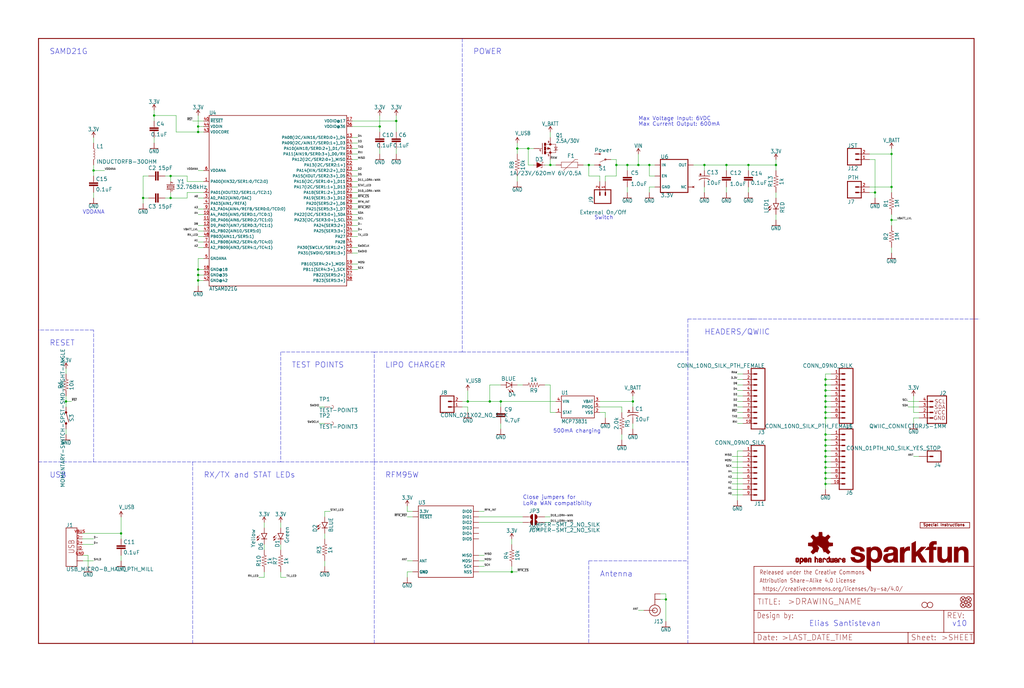
<source format=kicad_sch>
(kicad_sch (version 20211123) (generator eeschema)
  (paper "User" 472.643 317.906)
  (lib_symbols
    (symbol "eagleSchem-eagle-import:0.1UF-0603-25V-(+80{slash}-20%)"
      (property "Reference" "C" (at 1.524 2.921 0))
      (property "Value" "0.1UF-0603-25V-(+80{slash}-20%)" (at 1.524 -2.159 0))
      (symbol "0.1UF-0603-25V-(+80{slash}-20%)_1_0"
        (pin passive line (at 0 5.08 270) (length 2.54) (name "1") (number "1"))
        (pin passive line (at 0 -2.54 90) (length 2.54) (name "2") (number "2"))
      )
    )
    (symbol "eagleSchem-eagle-import:1.0UF-0603-16V-10%"
      (property "Reference" "C" (at 1.524 2.921 0))
      (property "Value" "1.0UF-0603-16V-10%" (at 1.524 -2.159 0))
      (symbol "1.0UF-0603-16V-10%_1_0"
        (pin passive line (at 0 5.08 270) (length 2.54) (name "1") (number "1"))
        (pin passive line (at 0 -2.54 90) (length 2.54) (name "2") (number "2"))
      )
    )
    (symbol "eagleSchem-eagle-import:10KOHM-0603-1{slash}10W-1%"
      (property "Reference" "R" (at 0 1.524 0))
      (property "Value" "10KOHM-0603-1{slash}10W-1%" (at 0 -1.524 0))
      (symbol "10KOHM-0603-1{slash}10W-1%_1_0"
        (pin passive line (at -5.08 0 0) (length 2.54) (name "1") (number "1"))
        (pin passive line (at 5.08 0 180) (length 2.54) (name "2") (number "2"))
      )
    )
    (symbol "eagleSchem-eagle-import:10UF-POLAR-EIA3216-16V-10%(TANT)"
      (property "Reference" "C" (at 1.016 0.635 0))
      (property "Value" "10UF-POLAR-EIA3216-16V-10%(TANT)" (at 1.016 -4.191 0))
      (symbol "10UF-POLAR-EIA3216-16V-10%(TANT)_1_0"
        (pin passive line (at 0 2.54 270) (length 2.54) (name "+") (number "+"))
        (pin passive line (at 0 -5.08 90) (length 2.54) (name "-") (number "-"))
      )
    )
    (symbol "eagleSchem-eagle-import:15PF-0603-50V-5%"
      (property "Reference" "C" (at 1.524 2.921 0))
      (property "Value" "15PF-0603-50V-5%" (at 1.524 -2.159 0))
      (symbol "15PF-0603-50V-5%_1_0"
        (pin passive line (at 0 5.08 270) (length 2.54) (name "1") (number "1"))
        (pin passive line (at 0 -2.54 90) (length 2.54) (name "2") (number "2"))
      )
    )
    (symbol "eagleSchem-eagle-import:1KOHM-0603-1{slash}10W-1%"
      (property "Reference" "R" (at 0 1.524 0))
      (property "Value" "1KOHM-0603-1{slash}10W-1%" (at 0 -1.524 0))
      (symbol "1KOHM-0603-1{slash}10W-1%_1_0"
        (pin passive line (at -5.08 0 0) (length 2.54) (name "1") (number "1"))
        (pin passive line (at 5.08 0 180) (length 2.54) (name "2") (number "2"))
      )
    )
    (symbol "eagleSchem-eagle-import:1MOHM-0603-1{slash}4W-5%"
      (property "Reference" "R" (at 0 1.524 0))
      (property "Value" "1MOHM-0603-1{slash}4W-5%" (at 0 -1.524 0))
      (symbol "1MOHM-0603-1{slash}4W-5%_1_0"
        (pin passive line (at -5.08 0 0) (length 2.54) (name "1") (number "1"))
        (pin passive line (at 5.08 0 180) (length 2.54) (name "2") (number "2"))
      )
    )
    (symbol "eagleSchem-eagle-import:2.0KOHM-0603-1{slash}10W-5%"
      (property "Reference" "R" (at 0 1.524 0))
      (property "Value" "2.0KOHM-0603-1{slash}10W-5%" (at 0 -1.524 0))
      (symbol "2.0KOHM-0603-1{slash}10W-5%_1_0"
        (pin passive line (at -5.08 0 0) (length 2.54) (name "1") (number "1"))
        (pin passive line (at 5.08 0 180) (length 2.54) (name "2") (number "2"))
      )
    )
    (symbol "eagleSchem-eagle-import:3.3V" (power)
      (property "Value" "3.3V" (at 0 2.794 0))
      (symbol "3.3V_1_0"
        (pin power_in line (at 0 0 90) (length 2.54) (name "3.3V") (number "1"))
      )
    )
    (symbol "eagleSchem-eagle-import:4.7UF-0603-6.3V-(10%)"
      (property "Reference" "C" (at 1.524 2.921 0))
      (property "Value" "4.7UF-0603-6.3V-(10%)" (at 1.524 -2.159 0))
      (symbol "4.7UF-0603-6.3V-(10%)_1_0"
        (pin passive line (at 0 5.08 270) (length 2.54) (name "1") (number "1"))
        (pin passive line (at 0 -2.54 90) (length 2.54) (name "2") (number "2"))
      )
    )
    (symbol "eagleSchem-eagle-import:ATSAMD21G"
      (property "Reference" "U" (at -30.48 45.974 0))
      (property "Value" "ATSAMD21G" (at -30.48 -33.274 0))
      (symbol "ATSAMD21G_1_0"
        (pin bidirectional line (at -33.02 15.24 0) (length 2.54) (name "PA00(XIN32/SER1:0/TC2:0)") (number "1"))
        (pin bidirectional line (at -33.02 0 0) (length 2.54) (name "A4_PA05(AIN5/SER0:1/TC0:1)") (number "10"))
        (pin bidirectional line (at -33.02 -2.54 0) (length 2.54) (name "D8_PA06(AIN6/SER0:2/TC1:0)") (number "11"))
        (pin bidirectional line (at -33.02 -5.08 0) (length 2.54) (name "D9_PA07(AIN7/SER0:3/TC1:1)") (number "12"))
        (pin bidirectional line (at 35.56 35.56 180) (length 2.54) (name "PA08(I2C/AIN16/SER0:0+)_D4") (number "13"))
        (pin bidirectional line (at 35.56 33.02 180) (length 2.54) (name "PA09(I2C/AIN17/SER0:1+)_D3") (number "14"))
        (pin bidirectional line (at 35.56 30.48 180) (length 2.54) (name "PA10(AIN18/SER0:2+)_D1/TX") (number "15"))
        (pin bidirectional line (at 35.56 27.94 180) (length 2.54) (name "PA11(AIN19/SER0:3+)_D0/RX") (number "16"))
        (pin bidirectional line (at 35.56 43.18 180) (length 2.54) (name "VDDIO@17") (number "17"))
        (pin bidirectional line (at -33.02 -25.4 0) (length 2.54) (name "GND@18") (number "18"))
        (pin bidirectional line (at 35.56 -22.86 180) (length 2.54) (name "PB10(SER4:2+)_MOSI") (number "19"))
        (pin bidirectional line (at -33.02 10.16 0) (length 2.54) (name "PA01(XOUT32/SER1:1/TC2:1)") (number "2"))
        (pin bidirectional line (at 35.56 -25.4 180) (length 2.54) (name "PB11(SER4:3+)_SCK") (number "20"))
        (pin bidirectional line (at 35.56 25.4 180) (length 2.54) (name "PA12(I2C/SER2:0+)_MISO") (number "21"))
        (pin bidirectional line (at 35.56 22.86 180) (length 2.54) (name "PA13(I2C/SER2:1+)") (number "22"))
        (pin bidirectional line (at 35.56 20.32 180) (length 2.54) (name "PA14(XIN/SER2:2+)_D2") (number "23"))
        (pin bidirectional line (at 35.56 17.78 180) (length 2.54) (name "PA15(XOUT/SER2:3+)_D5") (number "24"))
        (pin bidirectional line (at 35.56 15.24 180) (length 2.54) (name "PA16(I2C/SER1:0+)_D11") (number "25"))
        (pin bidirectional line (at 35.56 12.7 180) (length 2.54) (name "PA17(I2C/SER1:1+)_D13") (number "26"))
        (pin bidirectional line (at 35.56 10.16 180) (length 2.54) (name "PA18(SER1:2+)_D10") (number "27"))
        (pin bidirectional line (at 35.56 7.62 180) (length 2.54) (name "PA19(SER1:3+)_D12") (number "28"))
        (pin bidirectional line (at 35.56 5.08 180) (length 2.54) (name "PA20(SER5:2+)_D6") (number "29"))
        (pin bidirectional line (at -33.02 7.62 0) (length 2.54) (name "A0_PA02(AIN0/DAC)") (number "3"))
        (pin bidirectional line (at 35.56 2.54 180) (length 2.54) (name "PA21(SER5:3+)_D7") (number "30"))
        (pin bidirectional line (at 35.56 0 180) (length 2.54) (name "PA22(I2C/SER3:0+)_SDA") (number "31"))
        (pin bidirectional line (at 35.56 -2.54 180) (length 2.54) (name "PA23(I2C/SER3:0+)_SCL") (number "32"))
        (pin bidirectional line (at 35.56 -5.08 180) (length 2.54) (name "PA24(SER3:2+)") (number "33"))
        (pin bidirectional line (at 35.56 -7.62 180) (length 2.54) (name "PA25(SER3:3+)") (number "34"))
        (pin bidirectional line (at -33.02 -27.94 0) (length 2.54) (name "GND@35") (number "35"))
        (pin bidirectional line (at 35.56 40.64 180) (length 2.54) (name "VDDIO@36") (number "36"))
        (pin bidirectional line (at 35.56 -27.94 180) (length 2.54) (name "PB22(SER5:2+)") (number "37"))
        (pin bidirectional line (at 35.56 -30.48 180) (length 2.54) (name "PB23(SER5:3+)") (number "38"))
        (pin bidirectional line (at 35.56 -10.16 180) (length 2.54) (name "PA27") (number "39"))
        (pin bidirectional line (at -33.02 5.08 0) (length 2.54) (name "PA03(AIN1/REFA)") (number "4"))
        (pin bidirectional line (at -33.02 43.18 0) (length 2.54) (name "~{RESET}") (number "40"))
        (pin bidirectional line (at 35.56 -12.7 180) (length 2.54) (name "PA28") (number "41"))
        (pin bidirectional line (at -33.02 -30.48 0) (length 2.54) (name "GND@42") (number "42"))
        (pin bidirectional line (at -33.02 38.1 0) (length 2.54) (name "VDDCORE") (number "43"))
        (pin bidirectional line (at -33.02 40.64 0) (length 2.54) (name "VDDIN") (number "44"))
        (pin bidirectional line (at 35.56 -15.24 180) (length 2.54) (name "PA30(SWCLK/SER1:2+)") (number "45"))
        (pin bidirectional line (at 35.56 -17.78 180) (length 2.54) (name "PA31(SWDIO/SER1:3+)") (number "46"))
        (pin bidirectional line (at -33.02 -7.62 0) (length 2.54) (name "A5_PB02(AIN10/SER5:0)") (number "47"))
        (pin bidirectional line (at -33.02 -10.16 0) (length 2.54) (name "PB03(AIN11/SER5:1)") (number "48"))
        (pin bidirectional line (at -33.02 -20.32 0) (length 2.54) (name "GNDANA") (number "5"))
        (pin bidirectional line (at -33.02 20.32 0) (length 2.54) (name "VDDANA") (number "6"))
        (pin bidirectional line (at -33.02 -12.7 0) (length 2.54) (name "A1_PB08(AIN2/SER4:0/TC4:0)") (number "7"))
        (pin bidirectional line (at -33.02 -15.24 0) (length 2.54) (name "A2_PB09(AIN3/SER4:1/TC4:1)") (number "8"))
        (pin bidirectional line (at -33.02 2.54 0) (length 2.54) (name "A3_PA04(AIN4/REFB/SER0:0/TC0:0)") (number "9"))
      )
    )
    (symbol "eagleSchem-eagle-import:CONN_01PTH_NO_SILK_YES_STOP"
      (property "Reference" "J" (at -2.54 3.048 0))
      (property "Value" "CONN_01PTH_NO_SILK_YES_STOP" (at -2.54 -4.826 0))
      (symbol "CONN_01PTH_NO_SILK_YES_STOP_1_0"
        (pin passive line (at 7.62 0 180) (length 5.08) (name "1") (number "1"))
      )
    )
    (symbol "eagleSchem-eagle-import:CONN_02-JST-2MM-SMT"
      (property "Reference" "J" (at -2.54 5.588 0))
      (property "Value" "CONN_02-JST-2MM-SMT" (at -2.54 -4.826 0))
      (symbol "CONN_02-JST-2MM-SMT_1_0"
        (pin passive line (at 7.62 2.54 180) (length 5.08) (name "2") (number "1"))
        (pin passive line (at 7.62 0 180) (length 5.08) (name "1") (number "2"))
      )
    )
    (symbol "eagleSchem-eagle-import:CONN_021X02_NO_SILK"
      (property "Reference" "J" (at -2.54 5.588 0))
      (property "Value" "CONN_021X02_NO_SILK" (at -2.54 -4.826 0))
      (symbol "CONN_021X02_NO_SILK_1_0"
        (pin passive line (at 7.62 0 180) (length 5.08) (name "1") (number "1"))
        (pin passive line (at 7.62 2.54 180) (length 5.08) (name "2") (number "2"))
      )
    )
    (symbol "eagleSchem-eagle-import:CONN_09NO_SILK"
      (property "Reference" "J" (at 0 13.208 0))
      (property "Value" "CONN_09NO_SILK" (at 0 -14.986 0))
      (symbol "CONN_09NO_SILK_1_0"
        (pin passive line (at 10.16 -10.16 180) (length 5.08) (name "1") (number "1"))
        (pin passive line (at 10.16 -7.62 180) (length 5.08) (name "2") (number "2"))
        (pin passive line (at 10.16 -5.08 180) (length 5.08) (name "3") (number "3"))
        (pin passive line (at 10.16 -2.54 180) (length 5.08) (name "4") (number "4"))
        (pin passive line (at 10.16 0 180) (length 5.08) (name "5") (number "5"))
        (pin passive line (at 10.16 2.54 180) (length 5.08) (name "6") (number "6"))
        (pin passive line (at 10.16 5.08 180) (length 5.08) (name "7") (number "7"))
        (pin passive line (at 10.16 7.62 180) (length 5.08) (name "8") (number "8"))
        (pin passive line (at 10.16 10.16 180) (length 5.08) (name "9") (number "9"))
      )
    )
    (symbol "eagleSchem-eagle-import:CONN_10NO_SILK_PTH_FEMALE"
      (property "Reference" "J" (at 0 8.128 0))
      (property "Value" "CONN_10NO_SILK_PTH_FEMALE" (at 0 -22.606 0))
      (symbol "CONN_10NO_SILK_PTH_FEMALE_1_0"
        (pin passive line (at 10.16 -17.78 180) (length 5.08) (name "1") (number "1"))
        (pin passive line (at 10.16 5.08 180) (length 5.08) (name "10") (number "10"))
        (pin passive line (at 10.16 -15.24 180) (length 5.08) (name "2") (number "2"))
        (pin passive line (at 10.16 -12.7 180) (length 5.08) (name "3") (number "3"))
        (pin passive line (at 10.16 -10.16 180) (length 5.08) (name "4") (number "4"))
        (pin passive line (at 10.16 -7.62 180) (length 5.08) (name "5") (number "5"))
        (pin passive line (at 10.16 -5.08 180) (length 5.08) (name "6") (number "6"))
        (pin passive line (at 10.16 -2.54 180) (length 5.08) (name "7") (number "7"))
        (pin passive line (at 10.16 0 180) (length 5.08) (name "8") (number "8"))
        (pin passive line (at 10.16 2.54 180) (length 5.08) (name "9") (number "9"))
      )
    )
    (symbol "eagleSchem-eagle-import:CRYSTAL-32.768KHZSMD-3.2X1.5"
      (property "Reference" "Y" (at 0 2.032 0))
      (property "Value" "CRYSTAL-32.768KHZSMD-3.2X1.5" (at 0 -2.032 0))
      (symbol "CRYSTAL-32.768KHZSMD-3.2X1.5_1_0"
        (text "1" (at -2.159 -1.143 0) (effects (font (size 0.8636 0.734)) (justify left bottom)))
        (text "2" (at 1.524 -1.143 0) (effects (font (size 0.8636 0.734)) (justify left bottom)))
        (pin passive line (at -2.54 0 0) (length 0) (name "1") (number "P$1"))
        (pin passive line (at 2.54 0 180) (length 0) (name "2") (number "P$2"))
      )
    )
    (symbol "eagleSchem-eagle-import:DIODE-SCHOTTKY-BAT20J"
      (property "Reference" "D" (at -2.54 2.032 0))
      (property "Value" "DIODE-SCHOTTKY-BAT20J" (at -2.54 -2.032 0))
      (symbol "DIODE-SCHOTTKY-BAT20J_1_0"
        (pin passive line (at -2.54 0 0) (length 0) (name "A") (number "A"))
        (pin passive line (at 2.54 0 180) (length 0) (name "C") (number "C"))
      )
    )
    (symbol "eagleSchem-eagle-import:FIDUCIAL1X2")
    (symbol "eagleSchem-eagle-import:FRAME-LEDGER"
      (symbol "FRAME-LEDGER_2_0"
        (text " https://creativecommons.org/licenses/by-sa/4.0/" (at 2.54 24.13 0) (effects (font (size 1.9304 1.6408)) (justify left bottom)))
        (text ">DRAWING_NAME" (at 15.494 17.78 0) (effects (font (size 2.7432 2.7432)) (justify left bottom)))
        (text ">LAST_DATE_TIME" (at 12.7 1.27 0) (effects (font (size 2.54 2.54)) (justify left bottom)))
        (text ">SHEET" (at 86.36 1.27 0) (effects (font (size 2.54 2.54)) (justify left bottom)))
        (text "Attribution Share-Alike 4.0 License" (at 2.54 27.94 0) (effects (font (size 1.9304 1.6408)) (justify left bottom)))
        (text "Date:" (at 1.27 1.27 0) (effects (font (size 2.54 2.54)) (justify left bottom)))
        (text "Design by:" (at 1.27 11.43 0) (effects (font (size 2.54 2.159)) (justify left bottom)))
        (text "Released under the Creative Commons" (at 2.54 31.75 0) (effects (font (size 1.9304 1.6408)) (justify left bottom)))
        (text "REV:" (at 88.9 11.43 0) (effects (font (size 2.54 2.54)) (justify left bottom)))
        (text "Sheet:" (at 72.39 1.27 0) (effects (font (size 2.54 2.54)) (justify left bottom)))
        (text "TITLE:" (at 1.524 17.78 0) (effects (font (size 2.54 2.54)) (justify left bottom)))
      )
    )
    (symbol "eagleSchem-eagle-import:GND" (power)
      (property "Value" "GND" (at 0 -0.254 0))
      (symbol "GND_1_0"
        (pin power_in line (at 0 2.54 270) (length 2.54) (name "GND") (number "1"))
      )
    )
    (symbol "eagleSchem-eagle-import:INDUCTORFB-30OHM"
      (property "Reference" "L" (at 1.27 2.54 0))
      (property "Value" "INDUCTORFB-30OHM" (at 1.27 -2.54 0))
      (symbol "INDUCTORFB-30OHM_1_0"
        (pin passive line (at 0 5.08 270) (length 2.54) (name "1") (number "1"))
        (pin passive line (at 0 -5.08 90) (length 2.54) (name "2") (number "2"))
      )
    )
    (symbol "eagleSchem-eagle-import:JUMPER-SMT_2_NO_SILK"
      (property "Reference" "JP" (at -2.54 2.54 0))
      (property "Value" "JUMPER-SMT_2_NO_SILK" (at -2.54 -2.54 0))
      (symbol "JUMPER-SMT_2_NO_SILK_1_0"
        (pin passive line (at -5.08 0 0) (length 2.54) (name "1") (number "1"))
        (pin passive line (at 5.08 0 180) (length 2.54) (name "2") (number "2"))
      )
    )
    (symbol "eagleSchem-eagle-import:LED-BLUE0603"
      (property "Reference" "D" (at -3.429 -4.572 90))
      (property "Value" "LED-BLUE0603" (at 1.905 -4.572 90))
      (symbol "LED-BLUE0603_1_0"
        (pin passive line (at 0 2.54 270) (length 2.54) (name "A") (number "A"))
        (pin passive line (at 0 -5.08 90) (length 2.54) (name "C") (number "C"))
      )
    )
    (symbol "eagleSchem-eagle-import:LED-GREEN0603"
      (property "Reference" "D" (at -3.429 -4.572 90))
      (property "Value" "LED-GREEN0603" (at 1.905 -4.572 90))
      (symbol "LED-GREEN0603_1_0"
        (pin passive line (at 0 2.54 270) (length 2.54) (name "A") (number "A"))
        (pin passive line (at 0 -5.08 90) (length 2.54) (name "C") (number "C"))
      )
    )
    (symbol "eagleSchem-eagle-import:LED-RED0603"
      (property "Reference" "D" (at -3.429 -4.572 90))
      (property "Value" "LED-RED0603" (at 1.905 -4.572 90))
      (symbol "LED-RED0603_1_0"
        (pin passive line (at 0 2.54 270) (length 2.54) (name "A") (number "A"))
        (pin passive line (at 0 -5.08 90) (length 2.54) (name "C") (number "C"))
      )
    )
    (symbol "eagleSchem-eagle-import:LED-YELLOW0603"
      (property "Reference" "D" (at -3.429 -4.572 90))
      (property "Value" "LED-YELLOW0603" (at 1.905 -4.572 90))
      (symbol "LED-YELLOW0603_1_0"
        (pin passive line (at 0 2.54 270) (length 2.54) (name "A") (number "A"))
        (pin passive line (at 0 -5.08 90) (length 2.54) (name "C") (number "C"))
      )
    )
    (symbol "eagleSchem-eagle-import:MCP73831"
      (property "Reference" "U" (at -7.62 5.588 0))
      (property "Value" "MCP73831" (at -7.62 -7.62 0))
      (symbol "MCP73831_1_0"
        (pin output line (at -10.16 -2.54 0) (length 2.54) (name "STAT") (number "1"))
        (pin power_in line (at 10.16 -2.54 180) (length 2.54) (name "VSS") (number "2"))
        (pin power_in line (at 10.16 2.54 180) (length 2.54) (name "VBAT") (number "3"))
        (pin power_in line (at -10.16 2.54 0) (length 2.54) (name "VIN") (number "4"))
        (pin input line (at 10.16 0 180) (length 2.54) (name "PROG") (number "5"))
      )
    )
    (symbol "eagleSchem-eagle-import:MOMENTARY-SWITCH-SPST-SMD-RIGHT-ANGLE"
      (property "Reference" "S" (at 0 1.524 0))
      (property "Value" "MOMENTARY-SWITCH-SPST-SMD-RIGHT-ANGLE" (at 0 -0.508 0))
      (symbol "MOMENTARY-SWITCH-SPST-SMD-RIGHT-ANGLE_1_0"
        (pin passive line (at -5.08 0 0) (length 2.54) (name "1") (number "1"))
        (pin passive line (at 5.08 0 180) (length 2.54) (name "2") (number "2"))
      )
    )
    (symbol "eagleSchem-eagle-import:MOSFET-PCHANNELDMG2307L"
      (property "Reference" "Q" (at 5.08 2.54 0))
      (property "Value" "MOSFET-PCHANNELDMG2307L" (at 5.08 0 0))
      (symbol "MOSFET-PCHANNELDMG2307L_1_0"
        (text "D" (at -1.27 2.54 0) (effects (font (size 0.8128 0.6908)) (justify left bottom)))
        (text "G" (at -5.08 -1.27 0) (effects (font (size 0.8128 0.6908)) (justify left bottom)))
        (text "S" (at -1.27 -3.556 0) (effects (font (size 0.8128 0.6908)) (justify left bottom)))
        (pin passive line (at -7.62 0 0) (length 2.54) (name "G") (number "1"))
        (pin passive line (at 0 -5.08 90) (length 2.54) (name "S") (number "2"))
        (pin passive line (at 0 5.08 270) (length 2.54) (name "D") (number "3"))
      )
    )
    (symbol "eagleSchem-eagle-import:OSHW-LOGOMINI")
    (symbol "eagleSchem-eagle-import:PPTC_HALF-AMP"
      (property "Reference" "F" (at 1.905 3.175 0))
      (property "Value" "PPTC_HALF-AMP" (at 1.27 -2.794 0))
      (symbol "PPTC_HALF-AMP_1_0"
        (pin bidirectional line (at -5.08 0 0) (length 2.54) (name "1") (number "1"))
        (pin bidirectional line (at 7.62 0 180) (length 2.54) (name "2") (number "2"))
      )
    )
    (symbol "eagleSchem-eagle-import:QWIIC_CONNECTORJS-1MM"
      (property "Reference" "J" (at -5.08 7.874 0))
      (property "Value" "QWIIC_CONNECTORJS-1MM" (at -5.08 -5.334 0))
      (symbol "QWIIC_CONNECTORJS-1MM_1_0"
        (text "GND" (at -4.572 -2.54 0) (effects (font (size 1.778 1.778)) (justify left)))
        (text "SCL" (at -4.572 5.08 0) (effects (font (size 1.778 1.778)) (justify left)))
        (text "SDA" (at -4.572 2.54 0) (effects (font (size 1.778 1.778)) (justify left)))
        (text "VCC" (at -4.572 0 0) (effects (font (size 1.778 1.778)) (justify left)))
        (pin power_in line (at 7.62 -2.54 180) (length 5.08) (name "1") (number "1"))
        (pin power_in line (at 7.62 0 180) (length 5.08) (name "2") (number "2"))
        (pin passive line (at 7.62 2.54 180) (length 5.08) (name "3") (number "3"))
        (pin passive line (at 7.62 5.08 180) (length 5.08) (name "4") (number "4"))
      )
    )
    (symbol "eagleSchem-eagle-import:RFM95W"
      (property "Reference" "U" (at -12.668 18.32 0))
      (symbol "RFM95W_1_0"
        (pin bidirectional line (at -15.24 12.7 0) (length 2.54) (name "~{RESET}") (number "!RESET"))
        (pin bidirectional line (at -15.24 15.24 0) (length 2.54) (name "3.3V") (number "3.3V"))
        (pin bidirectional line (at -15.24 -7.62 0) (length 2.54) (name "ANT") (number "ANT"))
        (pin bidirectional line (at 15.24 15.24 180) (length 2.54) (name "DIO0") (number "DIO0"))
        (pin bidirectional line (at 15.24 12.7 180) (length 2.54) (name "DIO1") (number "DIO1"))
        (pin bidirectional line (at 15.24 10.16 180) (length 2.54) (name "DIO2") (number "DIO2"))
        (pin bidirectional line (at 15.24 7.62 180) (length 2.54) (name "DIO3") (number "DIO3"))
        (pin bidirectional line (at 15.24 5.08 180) (length 2.54) (name "DIO4") (number "DIO4"))
        (pin bidirectional line (at 15.24 2.54 180) (length 2.54) (name "DIO5") (number "DIO5"))
        (pin bidirectional line (at -15.24 -12.7 0) (length 2.54) (name "GND") (number "GND@1"))
        (pin bidirectional line (at -15.24 -12.7 0) (length 2.54) (name "GND") (number "GND@2"))
        (pin bidirectional line (at -15.24 -12.7 0) (length 2.54) (name "GND") (number "GND@3"))
        (pin bidirectional line (at 15.24 -5.08 180) (length 2.54) (name "MISO") (number "MISO"))
        (pin bidirectional line (at 15.24 -7.62 180) (length 2.54) (name "MOSI") (number "MOSI"))
        (pin bidirectional line (at 15.24 -12.7 180) (length 2.54) (name "NSS") (number "NSS"))
        (pin bidirectional line (at 15.24 -10.16 180) (length 2.54) (name "SCK") (number "SCK"))
      )
    )
    (symbol "eagleSchem-eagle-import:SFE_LOGO_NAME.1_INCH")
    (symbol "eagleSchem-eagle-import:SPECIAL_INSTRUCTIONS-ORDERING"
      (symbol "SPECIAL_INSTRUCTIONS-ORDERING_1_0"
        (text "Special Instructions" (at 1.27 0.6985 0) (effects (font (size 1.27 1.27) (thickness 0.254) bold) (justify left bottom)))
      )
    )
    (symbol "eagleSchem-eagle-import:STAND-OFFTIGHT")
    (symbol "eagleSchem-eagle-import:SWITCH-SPDT-SMD-RIGHT-ANGLE"
      (property "Reference" "S" (at 1.27 3.048 0))
      (property "Value" "SWITCH-SPDT-SMD-RIGHT-ANGLE" (at 1.016 -3.302 0))
      (symbol "SWITCH-SPDT-SMD-RIGHT-ANGLE_1_0"
        (pin passive line (at 5.08 2.54 180) (length 2.54) (name "O") (number "1"))
        (pin passive line (at -2.54 0 0) (length 2.54) (name "P") (number "2"))
        (pin passive line (at 5.08 -2.54 180) (length 2.54) (name "S") (number "3"))
      )
    )
    (symbol "eagleSchem-eagle-import:TEST-POINT3"
      (property "Reference" "TP" (at -2.54 2.54 0))
      (property "Value" "TEST-POINT3" (at -2.54 -2.54 0))
      (symbol "TEST-POINT3_1_0"
        (pin bidirectional line (at 0 0 180) (length 0) (name "1") (number "P$1"))
      )
    )
    (symbol "eagleSchem-eagle-import:U.FL"
      (property "Reference" "J" (at -3.81 4.064 0))
      (symbol "U.FL_1_0"
        (pin bidirectional line (at -2.54 -5.08 0) (length 2.54) (name "GND@0") (number "1"))
        (pin bidirectional line (at -2.54 -7.62 0) (length 2.54) (name "GND@1") (number "2"))
        (pin bidirectional line (at 5.08 0 180) (length 5.08) (name "SIGNAL") (number "FEED"))
      )
    )
    (symbol "eagleSchem-eagle-import:USB_MICRO-B_HALF_PTH_MILL"
      (property "Reference" "J" (at -2.54 10.414 0))
      (property "Value" "USB_MICRO-B_HALF_PTH_MILL" (at -2.54 -9.906 0))
      (symbol "USB_MICRO-B_HALF_PTH_MILL_1_0"
        (text "USB" (at 0 1.524 900) (effects (font (size 2.54 2.159))))
        (pin bidirectional line (at 5.08 2.54 180) (length 2.54) (name "D+") (number "D+"))
        (pin bidirectional line (at 5.08 5.08 180) (length 2.54) (name "D-") (number "D-"))
        (pin power_in line (at 5.08 -2.54 180) (length 2.54) (name "GND") (number "GND"))
        (pin bidirectional line (at 5.08 0 180) (length 2.54) (name "ID") (number "ID"))
        (pin bidirectional line (at 5.08 -5.08 180) (length 2.54) (name "SHIELD") (number "SHIELD"))
        (pin bidirectional line (at 5.08 -5.08 180) (length 2.54) (name "SHIELD") (number "SHIELD10"))
        (pin bidirectional line (at 5.08 -5.08 180) (length 2.54) (name "SHIELD") (number "SHIELD2"))
        (pin bidirectional line (at 5.08 -5.08 180) (length 2.54) (name "SHIELD") (number "SHIELD3"))
        (pin bidirectional line (at 5.08 -5.08 180) (length 2.54) (name "SHIELD") (number "SHIELD4"))
        (pin bidirectional line (at 5.08 -5.08 180) (length 2.54) (name "SHIELD") (number "SHIELD5"))
        (pin bidirectional line (at 5.08 -5.08 180) (length 2.54) (name "SHIELD") (number "SHIELD6"))
        (pin bidirectional line (at 5.08 -5.08 180) (length 2.54) (name "SHIELD") (number "SHIELD7"))
        (pin bidirectional line (at 5.08 -5.08 180) (length 2.54) (name "SHIELD") (number "SHIELD8"))
        (pin bidirectional line (at 5.08 -5.08 180) (length 2.54) (name "SHIELD") (number "SHIELD9"))
        (pin power_in line (at 5.08 7.62 180) (length 2.54) (name "VBUS") (number "VBUS"))
      )
    )
    (symbol "eagleSchem-eagle-import:VIN" (power)
      (property "Value" "VIN" (at 0 2.794 0))
      (symbol "VIN_1_0"
        (pin power_in line (at 0 0 90) (length 2.54) (name "VIN") (number "1"))
      )
    )
    (symbol "eagleSchem-eagle-import:V_BATT" (power)
      (property "Value" "V_BATT" (at 0 2.794 0))
      (symbol "V_BATT_1_0"
        (pin power_in line (at 0 0 90) (length 2.54) (name "V_BATT") (number "1"))
      )
    )
    (symbol "eagleSchem-eagle-import:V_REG_AP2112K-3.3V"
      (property "Reference" "U" (at -7.62 7.874 0))
      (property "Value" "V_REG_AP2112K-3.3V" (at -7.62 -7.874 0))
      (symbol "V_REG_AP2112K-3.3V_1_0"
        (pin input line (at -10.16 5.08 0) (length 2.54) (name "IN") (number "1"))
        (pin input line (at -10.16 -5.08 0) (length 2.54) (name "GND") (number "2"))
        (pin input line (at -10.16 0 0) (length 2.54) (name "EN") (number "3"))
        (pin no_connect line (at 7.62 -5.08 180) (length 2.54) (name "NC") (number "4"))
        (pin passive line (at 7.62 5.08 180) (length 2.54) (name "OUT") (number "5"))
      )
    )
    (symbol "eagleSchem-eagle-import:V_USB" (power)
      (property "Value" "V_USB" (at 0 2.794 0))
      (symbol "V_USB_1_0"
        (pin power_in line (at 0 0 90) (length 2.54) (name "V_USB") (number "1"))
      )
    )
  )
  (junction (at 254 76.2))
  (junction (at 381 218.44))
  (junction (at 294.64 76.2))
  (junction (at 175.26 58.42))
  (junction (at 358.14 76.2))
  (junction (at 381 180.34))
  (junction (at 91.44 129.54))
  (junction (at 381 208.28))
  (junction (at 381 185.42))
  (junction (at 292.1 185.42))
  (junction (at 381 220.98))
  (junction (at 299.72 76.2))
  (junction (at 226.06 185.42))
  (junction (at 91.44 60.96))
  (junction (at 335.28 76.2))
  (junction (at 381 213.36))
  (junction (at 381 203.2))
  (junction (at 271.78 76.2))
  (junction (at 381 205.74))
  (junction (at 243.84 68.58))
  (junction (at 30.48 185.42))
  (junction (at 381 175.26))
  (junction (at 284.48 76.2))
  (junction (at 55.88 246.38))
  (junction (at 381 200.66))
  (junction (at 71.12 53.34))
  (junction (at 78.74 91.44))
  (junction (at 345.44 76.2))
  (junction (at 91.44 127))
  (junction (at 381 177.8))
  (junction (at 66.04 91.44))
  (junction (at 325.12 76.2))
  (junction (at 381 190.5))
  (junction (at 289.56 76.2))
  (junction (at 381 182.88))
  (junction (at 43.18 78.74))
  (junction (at 381 223.52))
  (junction (at 307.34 276.86))
  (junction (at 236.22 264.16))
  (junction (at 411.48 101.6))
  (junction (at 411.48 86.36))
  (junction (at 182.88 55.88))
  (junction (at 91.44 58.42))
  (junction (at 403.86 88.9))
  (junction (at 411.48 71.12))
  (junction (at 381 215.9))
  (junction (at 381 193.04))
  (junction (at 91.44 124.46))
  (junction (at 381 187.96))
  (junction (at 215.9 185.42))
  (junction (at 381 210.82))
  (junction (at 78.74 81.28))
  (junction (at 238.76 68.58))
  (junction (at 231.14 185.42))
  (wire (pts (xy 129.54 264.16) (xy 129.54 266.7)))
  (wire (pts (xy 71.12 53.34) (xy 81.28 53.34)))
  (wire (pts (xy 226.06 177.8) (xy 226.06 185.42)))
  (wire (pts (xy 86.36 91.44) (xy 78.74 91.44)))
  (wire (pts (xy 215.9 187.96) (xy 215.9 190.5)))
  (wire (pts (xy 381 172.72) (xy 381 175.26)))
  (wire (pts (xy 383.54 205.74) (xy 381 205.74)))
  (wire (pts (xy 342.9 193.04) (xy 340.36 193.04)))
  (wire (pts (xy 251.46 238.76) (xy 254 238.76)))
  (wire (pts (xy 403.86 88.9) (xy 403.86 91.44)))
  (wire (pts (xy 187.96 236.22) (xy 190.5 236.22)))
  (wire (pts (xy 43.18 63.5) (xy 43.18 66.04)))
  (polyline (pts (xy 43.18 162.56) (xy 43.18 152.4)))
  (wire (pts (xy 93.98 129.54) (xy 91.44 129.54)))
  (polyline (pts (xy 317.5 259.08) (xy 317.5 297.18)))
  (wire (pts (xy 147.32 187.96) (xy 149.86 187.96)))
  (wire (pts (xy 340.36 190.5) (xy 342.9 190.5)))
  (wire (pts (xy 403.86 73.66) (xy 403.86 88.9)))
  (wire (pts (xy 381 203.2) (xy 381 205.74)))
  (polyline (pts (xy 17.78 213.36) (xy 88.9 213.36)))
  (wire (pts (xy 30.48 198.12) (xy 30.48 200.66)))
  (wire (pts (xy 299.72 86.36) (xy 299.72 88.9)))
  (wire (pts (xy 383.54 177.8) (xy 381 177.8)))
  (wire (pts (xy 93.98 78.74) (xy 91.44 78.74)))
  (wire (pts (xy 342.9 175.26) (xy 340.36 175.26)))
  (wire (pts (xy 220.98 241.3) (xy 241.3 241.3)))
  (wire (pts (xy 276.86 83.82) (xy 276.86 81.28)))
  (wire (pts (xy 91.44 60.96) (xy 91.44 58.42)))
  (wire (pts (xy 162.56 99.06) (xy 165.1 99.06)))
  (wire (pts (xy 401.32 88.9) (xy 403.86 88.9)))
  (wire (pts (xy 93.98 106.68) (xy 91.44 106.68)))
  (wire (pts (xy 383.54 208.28) (xy 381 208.28)))
  (wire (pts (xy 91.44 58.42) (xy 91.44 53.34)))
  (wire (pts (xy 162.56 68.58) (xy 165.1 68.58)))
  (wire (pts (xy 38.1 248.92) (xy 43.18 248.92)))
  (wire (pts (xy 81.28 60.96) (xy 91.44 60.96)))
  (wire (pts (xy 30.48 185.42) (xy 30.48 182.88)))
  (wire (pts (xy 411.48 86.36) (xy 411.48 71.12)))
  (wire (pts (xy 162.56 66.04) (xy 165.1 66.04)))
  (polyline (pts (xy 317.5 213.36) (xy 317.5 259.08)))
  (wire (pts (xy 246.38 68.58) (xy 243.84 68.58)))
  (wire (pts (xy 299.72 81.28) (xy 299.72 76.2)))
  (wire (pts (xy 279.4 83.82) (xy 279.4 81.28)))
  (wire (pts (xy 276.86 190.5) (xy 279.4 190.5)))
  (wire (pts (xy 55.88 238.76) (xy 55.88 246.38)))
  (wire (pts (xy 381 177.8) (xy 381 180.34)))
  (wire (pts (xy 182.88 55.88) (xy 182.88 60.96)))
  (wire (pts (xy 40.64 256.54) (xy 40.64 261.62)))
  (wire (pts (xy 162.56 81.28) (xy 165.1 81.28)))
  (wire (pts (xy 175.26 68.58) (xy 175.26 71.12)))
  (wire (pts (xy 276.86 187.96) (xy 287.02 187.96)))
  (wire (pts (xy 411.48 101.6) (xy 411.48 99.06)))
  (wire (pts (xy 121.92 251.46) (xy 121.92 254)))
  (polyline (pts (xy 43.18 213.36) (xy 43.18 162.56)))
  (wire (pts (xy 121.92 264.16) (xy 121.92 266.7)))
  (wire (pts (xy 383.54 185.42) (xy 381 185.42)))
  (wire (pts (xy 424.18 185.42) (xy 419.1 185.42)))
  (wire (pts (xy 162.56 91.44) (xy 165.1 91.44)))
  (wire (pts (xy 358.14 76.2) (xy 358.14 78.74)))
  (wire (pts (xy 226.06 185.42) (xy 215.9 185.42)))
  (wire (pts (xy 325.12 76.2) (xy 335.28 76.2)))
  (wire (pts (xy 411.48 104.14) (xy 411.48 101.6)))
  (wire (pts (xy 287.02 187.96) (xy 287.02 190.5)))
  (wire (pts (xy 294.64 71.12) (xy 294.64 76.2)))
  (wire (pts (xy 381 200.66) (xy 381 203.2)))
  (wire (pts (xy 256.54 76.2) (xy 254 76.2)))
  (wire (pts (xy 93.98 83.82) (xy 86.36 83.82)))
  (wire (pts (xy 383.54 175.26) (xy 381 175.26)))
  (wire (pts (xy 383.54 213.36) (xy 381 213.36)))
  (polyline (pts (xy 347.98 147.32) (xy 345.44 147.32)))
  (wire (pts (xy 162.56 88.9) (xy 165.1 88.9)))
  (polyline (pts (xy 172.72 162.56) (xy 129.54 162.56)))
  (wire (pts (xy 187.96 259.08) (xy 190.5 259.08)))
  (wire (pts (xy 220.98 238.76) (xy 241.3 238.76)))
  (wire (pts (xy 269.24 76.2) (xy 271.78 76.2)))
  (wire (pts (xy 91.44 129.54) (xy 91.44 132.08)))
  (wire (pts (xy 220.98 261.62) (xy 223.52 261.62)))
  (wire (pts (xy 162.56 116.84) (xy 165.1 116.84)))
  (wire (pts (xy 307.34 274.32) (xy 307.34 276.86)))
  (wire (pts (xy 342.9 213.36) (xy 337.82 213.36)))
  (wire (pts (xy 279.4 81.28) (xy 284.48 81.28)))
  (wire (pts (xy 381 185.42) (xy 381 187.96)))
  (wire (pts (xy 340.36 208.28) (xy 340.36 231.14)))
  (wire (pts (xy 358.14 91.44) (xy 358.14 88.9)))
  (wire (pts (xy 213.36 187.96) (xy 215.9 187.96)))
  (wire (pts (xy 411.48 101.6) (xy 414.02 101.6)))
  (wire (pts (xy 243.84 76.2) (xy 246.38 76.2)))
  (wire (pts (xy 383.54 200.66) (xy 381 200.66)))
  (wire (pts (xy 251.46 241.3) (xy 254 241.3)))
  (wire (pts (xy 335.28 76.2) (xy 345.44 76.2)))
  (wire (pts (xy 383.54 172.72) (xy 381 172.72)))
  (wire (pts (xy 335.28 88.9) (xy 335.28 86.36)))
  (wire (pts (xy 383.54 182.88) (xy 381 182.88)))
  (wire (pts (xy 381 213.36) (xy 381 215.9)))
  (wire (pts (xy 93.98 104.14) (xy 91.44 104.14)))
  (wire (pts (xy 149.86 238.76) (xy 149.86 236.22)))
  (wire (pts (xy 91.44 124.46) (xy 93.98 124.46)))
  (wire (pts (xy 411.48 88.9) (xy 411.48 86.36)))
  (polyline (pts (xy 317.5 162.56) (xy 317.5 213.36)))
  (wire (pts (xy 66.04 81.28) (xy 66.04 91.44)))
  (wire (pts (xy 86.36 81.28) (xy 78.74 81.28)))
  (wire (pts (xy 66.04 93.98) (xy 66.04 91.44)))
  (wire (pts (xy 231.14 185.42) (xy 256.54 185.42)))
  (wire (pts (xy 284.48 76.2) (xy 284.48 73.66)))
  (wire (pts (xy 231.14 187.96) (xy 231.14 185.42)))
  (wire (pts (xy 231.14 177.8) (xy 226.06 177.8)))
  (polyline (pts (xy 271.78 276.86) (xy 271.78 297.18)))
  (polyline (pts (xy 213.36 162.56) (xy 317.5 162.56)))
  (wire (pts (xy 342.9 182.88) (xy 340.36 182.88)))
  (wire (pts (xy 187.96 236.22) (xy 187.96 233.68)))
  (wire (pts (xy 335.28 76.2) (xy 335.28 78.74)))
  (wire (pts (xy 254 190.5) (xy 254 177.8)))
  (wire (pts (xy 424.18 187.96) (xy 419.1 187.96)))
  (wire (pts (xy 43.18 78.74) (xy 43.18 76.2)))
  (wire (pts (xy 342.9 195.58) (xy 340.36 195.58)))
  (wire (pts (xy 325.12 88.9) (xy 325.12 86.36)))
  (wire (pts (xy 220.98 259.08) (xy 223.52 259.08)))
  (wire (pts (xy 38.1 259.08) (xy 43.18 259.08)))
  (wire (pts (xy 383.54 218.44) (xy 381 218.44)))
  (wire (pts (xy 243.84 68.58) (xy 243.84 76.2)))
  (wire (pts (xy 162.56 93.98) (xy 165.1 93.98)))
  (wire (pts (xy 215.9 180.34) (xy 215.9 185.42)))
  (wire (pts (xy 289.56 88.9) (xy 289.56 86.36)))
  (wire (pts (xy 162.56 63.5) (xy 165.1 63.5)))
  (wire (pts (xy 68.58 91.44) (xy 66.04 91.44)))
  (wire (pts (xy 213.36 185.42) (xy 215.9 185.42)))
  (wire (pts (xy 345.44 76.2) (xy 358.14 76.2)))
  (wire (pts (xy 292.1 187.96) (xy 292.1 185.42)))
  (wire (pts (xy 38.1 251.46) (xy 43.18 251.46)))
  (wire (pts (xy 226.06 185.42) (xy 231.14 185.42)))
  (wire (pts (xy 162.56 78.74) (xy 165.1 78.74)))
  (wire (pts (xy 190.5 264.16) (xy 187.96 264.16)))
  (wire (pts (xy 381 187.96) (xy 381 190.5)))
  (wire (pts (xy 383.54 215.9) (xy 381 215.9)))
  (wire (pts (xy 162.56 109.22) (xy 165.1 109.22)))
  (wire (pts (xy 411.48 71.12) (xy 401.32 71.12)))
  (wire (pts (xy 292.1 198.12) (xy 292.1 195.58)))
  (wire (pts (xy 325.12 76.2) (xy 325.12 78.74)))
  (wire (pts (xy 383.54 190.5) (xy 381 190.5)))
  (wire (pts (xy 220.98 236.22) (xy 223.52 236.22)))
  (wire (pts (xy 383.54 223.52) (xy 381 223.52)))
  (wire (pts (xy 381 180.34) (xy 381 182.88)))
  (wire (pts (xy 345.44 88.9) (xy 345.44 86.36)))
  (wire (pts (xy 129.54 251.46) (xy 129.54 254)))
  (wire (pts (xy 401.32 86.36) (xy 411.48 86.36)))
  (wire (pts (xy 187.96 238.76) (xy 190.5 238.76)))
  (wire (pts (xy 381 223.52) (xy 381 226.06)))
  (polyline (pts (xy 88.9 213.36) (xy 129.54 213.36)))
  (polyline (pts (xy 172.72 162.56) (xy 213.36 162.56)))
  (wire (pts (xy 381 190.5) (xy 381 193.04)))
  (polyline (pts (xy 172.72 213.36) (xy 172.72 162.56)))
  (wire (pts (xy 129.54 241.3) (xy 129.54 243.84)))
  (wire (pts (xy 383.54 203.2) (xy 381 203.2)))
  (wire (pts (xy 342.9 223.52) (xy 337.82 223.52)))
  (wire (pts (xy 231.14 195.58) (xy 231.14 198.12)))
  (wire (pts (xy 149.86 236.22) (xy 152.4 236.22)))
  (wire (pts (xy 254 177.8) (xy 251.46 177.8)))
  (wire (pts (xy 340.36 187.96) (xy 342.9 187.96)))
  (wire (pts (xy 162.56 101.6) (xy 165.1 101.6)))
  (wire (pts (xy 345.44 78.74) (xy 345.44 76.2)))
  (wire (pts (xy 381 175.26) (xy 381 177.8)))
  (wire (pts (xy 78.74 81.28) (xy 78.74 83.82)))
  (wire (pts (xy 320.04 76.2) (xy 325.12 76.2)))
  (wire (pts (xy 271.78 76.2) (xy 274.32 76.2)))
  (wire (pts (xy 287.02 203.2) (xy 287.02 200.66)))
  (wire (pts (xy 78.74 81.28) (xy 76.2 81.28)))
  (wire (pts (xy 383.54 187.96) (xy 381 187.96)))
  (polyline (pts (xy 172.72 213.36) (xy 317.5 213.36)))
  (wire (pts (xy 342.9 220.98) (xy 337.82 220.98)))
  (wire (pts (xy 279.4 190.5) (xy 279.4 193.04)))
  (polyline (pts (xy 406.4 147.32) (xy 452.12 147.32)))
  (wire (pts (xy 43.18 88.9) (xy 43.18 91.44)))
  (wire (pts (xy 121.92 266.7) (xy 119.38 266.7)))
  (polyline (pts (xy 172.72 297.18) (xy 172.72 213.36)))
  (wire (pts (xy 91.44 124.46) (xy 91.44 127)))
  (wire (pts (xy 421.64 193.04) (xy 421.64 195.58)))
  (wire (pts (xy 358.14 76.2) (xy 358.14 73.66)))
  (wire (pts (xy 162.56 71.12) (xy 165.1 71.12)))
  (polyline (pts (xy 213.36 17.78) (xy 213.36 162.56)))
  (wire (pts (xy 93.98 127) (xy 91.44 127)))
  (wire (pts (xy 30.48 172.72) (xy 30.48 170.18)))
  (wire (pts (xy 276.86 185.42) (xy 292.1 185.42)))
  (wire (pts (xy 149.86 248.92) (xy 149.86 246.38)))
  (wire (pts (xy 149.86 259.08) (xy 149.86 261.62)))
  (wire (pts (xy 294.64 281.94) (xy 297.18 281.94)))
  (wire (pts (xy 342.9 177.8) (xy 340.36 177.8)))
  (wire (pts (xy 33.02 185.42) (xy 30.48 185.42)))
  (wire (pts (xy 91.44 99.06) (xy 93.98 99.06)))
  (wire (pts (xy 93.98 55.88) (xy 88.9 55.88)))
  (wire (pts (xy 187.96 264.16) (xy 187.96 266.7)))
  (polyline (pts (xy 43.18 152.4) (xy 17.78 152.4)))
  (wire (pts (xy 91.44 114.3) (xy 93.98 114.3)))
  (wire (pts (xy 91.44 91.44) (xy 93.98 91.44)))
  (wire (pts (xy 381 193.04) (xy 381 200.66)))
  (wire (pts (xy 299.72 76.2) (xy 294.64 76.2)))
  (wire (pts (xy 238.76 71.12) (xy 238.76 68.58)))
  (wire (pts (xy 68.58 81.28) (xy 66.04 81.28)))
  (wire (pts (xy 93.98 109.22) (xy 91.44 109.22)))
  (wire (pts (xy 93.98 60.96) (xy 91.44 60.96)))
  (wire (pts (xy 71.12 53.34) (xy 71.12 50.8)))
  (polyline (pts (xy 271.78 259.08) (xy 271.78 276.86)))
  (wire (pts (xy 424.18 210.82) (xy 421.64 210.82)))
  (wire (pts (xy 162.56 106.68) (xy 165.1 106.68)))
  (wire (pts (xy 93.98 58.42) (xy 91.44 58.42)))
  (wire (pts (xy 342.9 208.28) (xy 340.36 208.28)))
  (wire (pts (xy 358.14 101.6) (xy 358.14 99.06)))
  (wire (pts (xy 91.44 111.76) (xy 93.98 111.76)))
  (wire (pts (xy 162.56 121.92) (xy 165.1 121.92)))
  (wire (pts (xy 292.1 185.42) (xy 292.1 182.88)))
  (wire (pts (xy 304.8 276.86) (xy 307.34 276.86)))
  (polyline (pts (xy 88.9 213.36) (xy 88.9 297.18)))
  (wire (pts (xy 381 205.74) (xy 381 208.28)))
  (wire (pts (xy 342.9 172.72) (xy 340.36 172.72)))
  (wire (pts (xy 182.88 53.34) (xy 182.88 55.88)))
  (polyline (pts (xy 271.78 259.08) (xy 317.5 259.08)))
  (polyline (pts (xy 129.54 162.56) (xy 129.54 213.36)))
  (wire (pts (xy 220.98 256.54) (xy 223.52 256.54)))
  (wire (pts (xy 281.94 73.66) (xy 284.48 73.66)))
  (wire (pts (xy 381 208.28) (xy 381 210.82)))
  (wire (pts (xy 302.26 86.36) (xy 299.72 86.36)))
  (polyline (pts (xy 317.5 147.32) (xy 345.44 147.32)))
  (wire (pts (xy 162.56 73.66) (xy 165.1 73.66)))
  (wire (pts (xy 381 182.88) (xy 381 185.42)))
  (wire (pts (xy 381 218.44) (xy 381 220.98)))
  (wire (pts (xy 55.88 256.54) (xy 55.88 259.08)))
  (wire (pts (xy 401.32 73.66) (xy 403.86 73.66)))
  (wire (pts (xy 162.56 58.42) (xy 175.26 58.42)))
  (wire (pts (xy 289.56 76.2) (xy 284.48 76.2)))
  (wire (pts (xy 78.74 88.9) (xy 78.74 91.44)))
  (wire (pts (xy 284.48 81.28) (xy 284.48 76.2)))
  (wire (pts (xy 289.56 78.74) (xy 289.56 76.2)))
  (wire (pts (xy 271.78 81.28) (xy 271.78 76.2)))
  (wire (pts (xy 55.88 246.38) (xy 55.88 248.92)))
  (wire (pts (xy 86.36 83.82) (xy 86.36 81.28)))
  (polyline (pts (xy 345.44 147.32) (xy 406.4 147.32)))
  (wire (pts (xy 162.56 55.88) (xy 182.88 55.88)))
  (wire (pts (xy 55.88 246.38) (xy 38.1 246.38)))
  (wire (pts (xy 302.26 81.28) (xy 299.72 81.28)))
  (wire (pts (xy 424.18 190.5) (xy 421.64 190.5)))
  (wire (pts (xy 91.44 119.38) (xy 91.44 124.46)))
  (wire (pts (xy 411.48 68.58) (xy 411.48 71.12)))
  (wire (pts (xy 243.84 68.58) (xy 238.76 68.58)))
  (wire (pts (xy 175.26 60.96) (xy 175.26 58.42)))
  (wire (pts (xy 299.72 76.2) (xy 302.26 76.2)))
  (wire (pts (xy 91.44 96.52) (xy 93.98 96.52)))
  (wire (pts (xy 93.98 119.38) (xy 91.44 119.38)))
  (wire (pts (xy 383.54 210.82) (xy 381 210.82)))
  (wire (pts (xy 276.86 81.28) (xy 271.78 81.28)))
  (wire (pts (xy 238.76 66.04) (xy 238.76 68.58)))
  (wire (pts (xy 129.54 266.7) (xy 132.08 266.7)))
  (wire (pts (xy 383.54 193.04) (xy 381 193.04)))
  (wire (pts (xy 304.8 274.32) (xy 307.34 274.32)))
  (wire (pts (xy 91.44 127) (xy 91.44 129.54)))
  (wire (pts (xy 251.46 76.2) (xy 254 76.2)))
  (wire (pts (xy 383.54 220.98) (xy 381 220.98)))
  (wire (pts (xy 342.9 228.6) (xy 337.82 228.6)))
  (wire (pts (xy 294.64 76.2) (xy 289.56 76.2)))
  (wire (pts (xy 86.36 88.9) (xy 86.36 91.44)))
  (wire (pts (xy 30.48 187.96) (xy 30.48 185.42)))
  (wire (pts (xy 182.88 68.58) (xy 182.88 71.12)))
  (wire (pts (xy 162.56 104.14) (xy 165.1 104.14)))
  (wire (pts (xy 342.9 185.42) (xy 340.36 185.42)))
  (wire (pts (xy 342.9 180.34) (xy 340.36 180.34)))
  (wire (pts (xy 147.32 195.58) (xy 149.86 195.58)))
  (wire (pts (xy 421.64 190.5) (xy 421.64 182.88)))
  (wire (pts (xy 238.76 83.82) (xy 238.76 81.28)))
  (wire (pts (xy 236.22 251.46) (xy 236.22 248.92)))
  (wire (pts (xy 162.56 86.36) (xy 165.1 86.36)))
  (wire (pts (xy 71.12 55.88) (xy 71.12 53.34)))
  (wire (pts (xy 162.56 124.46) (xy 165.1 124.46)))
  (wire (pts (xy 162.56 83.82) (xy 165.1 83.82)))
  (wire (pts (xy 43.18 81.28) (xy 43.18 78.74)))
  (wire (pts (xy 93.98 88.9) (xy 86.36 88.9)))
  (wire (pts (xy 254 73.66) (xy 254 76.2)))
  (wire (pts (xy 383.54 180.34) (xy 381 180.34)))
  (wire (pts (xy 71.12 63.5) (xy 71.12 66.04)))
  (wire (pts (xy 236.22 264.16) (xy 238.76 264.16)))
  (wire (pts (xy 121.92 241.3) (xy 121.92 243.84)))
  (wire (pts (xy 48.26 78.74) (xy 43.18 78.74)))
  (wire (pts (xy 381 215.9) (xy 381 218.44)))
  (wire (pts (xy 342.9 215.9) (xy 337.82 215.9)))
  (wire (pts (xy 220.98 264.16) (xy 236.22 264.16)))
  (wire (pts (xy 342.9 218.44) (xy 337.82 218.44)))
  (wire (pts (xy 254 60.96) (xy 254 63.5)))
  (wire (pts (xy 307.34 276.86) (xy 307.34 287.02)))
  (wire (pts (xy 175.26 58.42) (xy 175.26 53.34)))
  (wire (pts (xy 381 220.98) (xy 381 223.52)))
  (wire (pts (xy 256.54 190.5) (xy 254 190.5)))
  (wire (pts (xy 342.9 226.06) (xy 337.82 226.06)))
  (wire (pts (xy 411.48 116.84) (xy 411.48 114.3)))
  (wire (pts (xy 342.9 210.82) (xy 337.82 210.82)))
  (wire (pts (xy 162.56 96.52) (xy 165.1 96.52)))
  (polyline (pts (xy 317.5 147.32) (xy 317.5 162.56)))
  (wire (pts (xy 38.1 256.54) (xy 40.64 256.54)))
  (wire (pts (xy 424.18 193.04) (xy 421.64 193.04)))
  (wire (pts (xy 81.28 53.34) (xy 81.28 60.96)))
  (wire (pts (xy 162.56 114.3) (xy 165.1 114.3)))
  (wire (pts (xy 236.22 261.62) (xy 236.22 264.16)))
  (wire (pts (xy 381 210.82) (xy 381 213.36)))
  (polyline (pts (xy 129.54 213.36) (xy 172.72 213.36)))
  (wire (pts (xy 78.74 91.44) (xy 76.2 91.44)))
  (wire (pts (xy 241.3 177.8) (xy 238.76 177.8)))
  (text "RFM95W" (at 177.8 220.98 180) (effects (font (size 2.54 2.54)) (justify left bottom)))
  (text "Max Voltage Input: 6VDC" (at 294.64 55.88 180) (effects (font (size 1.778 1.778)) (justify left bottom)))
  (text "500mA charging" (at 255.27 200.152 180) (effects (font (size 1.778 1.778)) (justify left bottom)))
  (text "VDDANA" (at 38.1 99.06 180) (effects (font (size 1.778 1.778)) (justify left bottom)))
  (text "RESET" (at 22.86 160.02 180) (effects (font (size 2.54 2.54)) (justify left bottom)))
  (text "Antenna" (at 276.86 266.7 180) (effects (font (size 2.54 2.54)) (justify left bottom)))
  (text "Switch" (at 274.32 101.6 180) (effects (font (size 1.778 1.778)) (justify left bottom)))
  (text "Max Current Output: 600mA" (at 294.64 58.42 180) (effects (font (size 1.778 1.778)) (justify left bottom)))
  (text "Close jumpers for\nLoRa WAN compatibility" (at 241.3 233.68 180) (effects (font (size 1.778 1.778)) (justify left bottom)))
  (text "v10" (at 439.42 289.56 180) (effects (font (size 2.54 2.54)) (justify left bottom)))
  (text "POWER" (at 218.44 25.4 180) (effects (font (size 2.54 2.54)) (justify left bottom)))
  (text "TEST POINTS" (at 134.62 170.18 180) (effects (font (size 2.54 2.54)) (justify left bottom)))
  (text "LIPO CHARGER" (at 177.8 170.18 180) (effects (font (size 2.54 2.54)) (justify left bottom)))
  (text "HEADERS/QWIIC" (at 325.12 154.94 180) (effects (font (size 2.54 2.54)) (justify left bottom)))
  (text "RX/TX and STAT LEDs" (at 93.98 220.98 180) (effects (font (size 2.54 2.54)) (justify left bottom)))
  (text "USB" (at 22.86 220.98 180) (effects (font (size 2.54 2.54)) (justify left bottom)))
  (text "Elias Santistevan" (at 373.38 289.56 180) (effects (font (size 2.54 2.54)) (justify left bottom)))
  (text "SAMD21G" (at 22.86 25.4 180) (effects (font (size 2.54 2.54)) (justify left bottom)))
  (label "3.3V" (at 340.36 175.26 180) (effects (font (size 0.889 0.889))))
  (label "SCL" (at 419.1 185.42 180) (effects (font (size 0.889 0.889))))
  (label "~{RFM_CS}" (at 238.76 264.16 0) (effects (font (size 0.889 0.889))))
  (label "MISO" (at 165.1 73.66 0) (effects (font (size 0.889 0.889))))
  (label "~{RFM_CS}" (at 165.1 91.44 0) (effects (font (size 0.889 0.889))))
  (label "D9" (at 340.36 177.8 180) (effects (font (size 0.889 0.889))))
  (label "A1" (at 337.82 226.06 180) (effects (font (size 0.889 0.889))))
  (label "A2" (at 337.82 223.52 180) (effects (font (size 0.889 0.889))))
  (label "VDDANA" (at 48.26 78.74 0) (effects (font (size 0.889 0.889))))
  (label "D2" (at 340.36 185.42 180) (effects (font (size 0.889 0.889))))
  (label "SCK" (at 223.52 261.62 0) (effects (font (size 0.889 0.889))))
  (label "ANT" (at 187.96 259.08 180) (effects (font (size 0.889 0.889))))
  (label "D+" (at 43.18 251.46 0) (effects (font (size 0.889 0.889))))
  (label "RX_LED" (at 119.38 266.7 180) (effects (font (size 0.889 0.889))))
  (label "RAW" (at 340.36 172.72 180) (effects (font (size 0.889 0.889))))
  (label "SWDCLK" (at 165.1 114.3 0) (effects (font (size 0.889 0.889))))
  (label "D-" (at 43.18 248.92 0) (effects (font (size 0.889 0.889))))
  (label "D10_LORA-WAN" (at 165.1 88.9 0) (effects (font (size 0.889 0.889))))
  (label "VBATT_LVL" (at 91.44 106.68 180) (effects (font (size 0.889 0.889))))
  (label "ANT" (at 294.64 281.94 180) (effects (font (size 0.889 0.889))))
  (label "D4" (at 165.1 63.5 0) (effects (font (size 0.889 0.889))))
  (label "SDA" (at 165.1 99.06 0) (effects (font (size 0.889 0.889))))
  (label "RFM_INT" (at 165.1 93.98 0) (effects (font (size 0.889 0.889))))
  (label "D5" (at 340.36 187.96 180) (effects (font (size 0.889 0.889))))
  (label "A0" (at 337.82 228.6 180) (effects (font (size 0.889 0.889))))
  (label "VBATT_LVL" (at 414.02 101.6 0) (effects (font (size 0.889 0.889))))
  (label "~{RST}" (at 88.9 55.88 180) (effects (font (size 0.889 0.889))))
  (label "D-" (at 165.1 104.14 0) (effects (font (size 0.889 0.889))))
  (label "~{RFM_RST}" (at 165.1 96.52 0) (effects (font (size 0.889 0.889))))
  (label "MISO" (at 223.52 256.54 0) (effects (font (size 0.889 0.889))))
  (label "~{RFM_RST}" (at 187.96 238.76 180) (effects (font (size 0.889 0.889))))
  (label "RX_LED" (at 91.44 109.22 180) (effects (font (size 0.889 0.889))))
  (label "MOSI" (at 165.1 121.92 0) (effects (font (size 0.889 0.889))))
  (label "RXI" (at 165.1 71.12 0) (effects (font (size 0.889 0.889))))
  (label "SHLD" (at 43.18 259.08 0) (effects (font (size 0.889 0.889))))
  (label "SWDIO" (at 165.1 116.84 0) (effects (font (size 0.889 0.889))))
  (label "A0" (at 91.44 91.44 180) (effects (font (size 0.889 0.889))))
  (label "SCK" (at 337.82 215.9 180) (effects (font (size 0.889 0.889))))
  (label "~{RST}" (at 33.02 185.42 0) (effects (font (size 0.889 0.889))))
  (label "D3" (at 165.1 66.04 0) (effects (font (size 0.889 0.889))))
  (label "~{RST}" (at 340.36 190.5 180) (effects (font (size 0.889 0.889))))
  (label "D5" (at 165.1 81.28 0) (effects (font (size 0.889 0.889))))
  (label "D11_LORA-WAN" (at 165.1 83.82 0) (effects (font (size 0.889 0.889))))
  (label "STAT_LED" (at 165.1 86.36 0) (effects (font (size 0.889 0.889))))
  (label "SWDCLK" (at 147.32 195.58 180) (effects (font (size 0.889 0.889))))
  (label "A3" (at 91.44 96.52 180) (effects (font (size 0.889 0.889))))
  (label "RXI" (at 340.36 195.58 180) (effects (font (size 0.889 0.889))))
  (label "D2" (at 165.1 78.74 0) (effects (font (size 0.889 0.889))))
  (label "SCK" (at 165.1 124.46 0) (effects (font (size 0.889 0.889))))
  (label "D3" (at 340.36 182.88 180) (effects (font (size 0.889 0.889))))
  (label "ANT" (at 421.64 210.82 180) (effects (font (size 0.889 0.889))))
  (label "RAW" (at 254 73.66 0) (effects (font (size 1.016 1.016))))
  (label "A4" (at 91.44 99.06 180) (effects (font (size 0.889 0.889))))
  (label "SWDIO" (at 147.32 187.96 180) (effects (font (size 0.889 0.889))))
  (label "STAT_LED" (at 152.4 236.22 0) (effects (font (size 0.889 0.889))))
  (label "MOSI" (at 337.82 213.36 180) (effects (font (size 0.889 0.889))))
  (label "TXO" (at 165.1 68.58 0) (effects (font (size 0.889 0.889))))
  (label "A4" (at 337.82 218.44 180) (effects (font (size 0.889 0.889))))
  (label "TX_LED" (at 132.08 266.7 0) (effects (font (size 0.889 0.889))))
  (label "D11_LORA-WAN" (at 254 241.3 0) (effects (font (size 0.889 0.889))))
  (label "A1" (at 91.44 111.76 180) (effects (font (size 0.889 0.889))))
  (label "MOSI" (at 223.52 259.08 0) (effects (font (size 0.889 0.889))))
  (label "D4" (at 340.36 180.34 180) (effects (font (size 0.889 0.889))))
  (label "SDA" (at 419.1 187.96 180) (effects (font (size 0.889 0.889))))
  (label "A2" (at 91.44 114.3 180) (effects (font (size 0.889 0.889))))
  (label "D+" (at 165.1 106.68 0) (effects (font (size 0.889 0.889))))
  (label "RFM_INT" (at 223.52 236.22 0) (effects (font (size 0.889 0.889))))
  (label "VDDANA" (at 91.44 78.74 180) (effects (font (size 0.889 0.889))))
  (label "SCL" (at 165.1 101.6 0) (effects (font (size 0.889 0.889))))
  (label "TXO" (at 340.36 193.04 180) (effects (font (size 0.889 0.889))))
  (label "D9" (at 91.44 104.14 180) (effects (font (size 0.889 0.889))))
  (label "MISO" (at 337.82 210.82 180) (effects (font (size 0.889 0.889))))
  (label "TX_LED" (at 165.1 109.22 0) (effects (font (size 0.889 0.889))))
  (label "A3" (at 337.82 220.98 180) (effects (font (size 0.889 0.889))))
  (label "D10_LORA-WAN" (at 254 238.76 0) (effects (font (size 0.889 0.889))))
  (symbol (lib_id "eagleSchem-eagle-import:0.1UF-0603-25V-(+80{slash}-20%)") (at 345.44 81.28 180) (unit 1)
    (property "Reference" "C14" (at 346.456 81.153 0) (effects (font (size 1.778 1.778)) (justify right top)))
    (property "Value" "0.1uF" (at 346.456 85.471 0) (effects (font (size 1.778 1.778)) (justify right top)))
    (property "Footprint" "eagleSchem:0603" (effects hide))
  )
  (symbol (lib_id "eagleSchem-eagle-import:ATSAMD21G") (at 127 99.06 0) (unit 1)
    (property "Reference" "U4" (at 96.52 53.086 0) (effects (font (size 1.778 1.5113)) (justify left bottom)))
    (property "Value" "ATSAMD21G" (at 96.52 132.334 0) (effects (font (size 1.778 1.5113)) (justify left top)))
    (property "Footprint" "eagleSchem:QFN-48_NO_EXPOSED_PAD" (effects hide))
  )
  (symbol (lib_id "eagleSchem-eagle-import:GND") (at 55.88 261.62 0) (unit 1)
    (property "Reference" "#GND26" (effects hide))
    (property "Value" "GND" (at 55.88 261.874 0) (effects (font (size 1.778 1.5113)) (justify top)))
    (property "Footprint" "eagleSchem:" (effects hide))
  )
  (symbol (lib_id "eagleSchem-eagle-import:GND") (at 292.1 200.66 0) (unit 1)
    (property "Reference" "#GND20" (effects hide))
    (property "Value" "GND" (at 292.1 200.914 0) (effects (font (size 1.778 1.5113)) (justify top)))
    (property "Footprint" "eagleSchem:" (effects hide))
  )
  (symbol (lib_id "eagleSchem-eagle-import:3.3V") (at 236.22 248.92 0) (unit 1)
    (property "Reference" "#P+7" (effects hide))
    (property "Value" "3.3V" (at 236.22 246.126 0) (effects (font (size 1.778 1.5113)) (justify bottom)))
    (property "Footprint" "eagleSchem:" (effects hide))
  )
  (symbol (lib_id "eagleSchem-eagle-import:FRAME-LEDGER") (at 17.78 297.18 0) (unit 1)
    (property "Reference" "FRAME2" (effects hide))
    (property "Value" "FRAME-LEDGER" (effects hide))
    (property "Footprint" "eagleSchem:CREATIVE_COMMONS" (effects hide))
  )
  (symbol (lib_id "eagleSchem-eagle-import:V_BATT") (at 292.1 182.88 0) (unit 1)
    (property "Reference" "#SUPPLY4" (effects hide))
    (property "Value" "V_BATT" (at 292.1 180.086 0) (effects (font (size 1.778 1.5113)) (justify bottom)))
    (property "Footprint" "eagleSchem:" (effects hide))
  )
  (symbol (lib_id "eagleSchem-eagle-import:GND") (at 238.76 86.36 0) (unit 1)
    (property "Reference" "#GND2" (effects hide))
    (property "Value" "GND" (at 238.76 86.614 0) (effects (font (size 1.778 1.5113)) (justify top)))
    (property "Footprint" "eagleSchem:" (effects hide))
  )
  (symbol (lib_id "eagleSchem-eagle-import:JUMPER-SMT_2_NO_SILK") (at 246.38 238.76 0) (unit 1)
    (property "Reference" "JP3" (at 244.094 236.982 0) (effects (font (size 1.778 1.778)) (justify left bottom)))
    (property "Value" "JUMPER-SMT_2_NO_SILK" (at 243.84 241.3 0) (effects (font (size 1.778 1.778)) (justify left top)))
    (property "Footprint" "eagleSchem:SMT-JUMPER_2_NO_SILK" (effects hide))
  )
  (symbol (lib_id "eagleSchem-eagle-import:CONN_10NO_SILK_PTH_FEMALE") (at 353.06 190.5 180) (unit 1)
    (property "Reference" "J3" (at 353.06 198.628 0) (effects (font (size 1.778 1.778)) (justify left bottom)))
    (property "Value" "CONN_10NO_SILK_PTH_FEMALE" (at 353.06 167.894 0) (effects (font (size 1.778 1.778)) (justify left bottom)))
    (property "Footprint" "eagleSchem:1X10_NO_SILK" (effects hide))
  )
  (symbol (lib_id "eagleSchem-eagle-import:SPECIAL_INSTRUCTIONS-ORDERING") (at 424.688 243.84 0) (unit 1)
    (property "Reference" "U$26" (effects hide))
    (property "Value" "SPECIAL_INSTRUCTIONS-ORDERING" (effects hide))
    (property "Footprint" "eagleSchem:ORDERING_INSTRUCTIONS" (effects hide))
  )
  (symbol (lib_id "eagleSchem-eagle-import:GND") (at 71.12 68.58 0) (unit 1)
    (property "Reference" "#GND6" (effects hide))
    (property "Value" "GND" (at 71.12 68.834 0) (effects (font (size 1.778 1.5113)) (justify top)))
    (property "Footprint" "eagleSchem:" (effects hide))
  )
  (symbol (lib_id "eagleSchem-eagle-import:0.1UF-0603-25V-(+80{slash}-20%)") (at 175.26 63.5 180) (unit 1)
    (property "Reference" "C10" (at 176.276 63.373 0) (effects (font (size 1.778 1.778)) (justify right top)))
    (property "Value" "0.1uF" (at 173.736 68.199 0) (effects (font (size 1.778 1.778)) (justify right top)))
    (property "Footprint" "eagleSchem:0603" (effects hide))
  )
  (symbol (lib_id "eagleSchem-eagle-import:GND") (at 358.14 104.14 0) (unit 1)
    (property "Reference" "#GND31" (effects hide))
    (property "Value" "GND" (at 358.14 104.394 0) (effects (font (size 1.778 1.5113)) (justify top)))
    (property "Footprint" "eagleSchem:" (effects hide))
  )
  (symbol (lib_id "eagleSchem-eagle-import:GND") (at 289.56 91.44 0) (unit 1)
    (property "Reference" "#GND8" (effects hide))
    (property "Value" "GND" (at 289.56 91.694 0) (effects (font (size 1.778 1.5113)) (justify top)))
    (property "Footprint" "eagleSchem:" (effects hide))
  )
  (symbol (lib_id "eagleSchem-eagle-import:CONN_01PTH_NO_SILK_YES_STOP") (at 431.8 210.82 180) (unit 1)
    (property "Reference" "J4" (at 434.34 213.868 0) (effects (font (size 1.778 1.778)) (justify left bottom)))
    (property "Value" "CONN_01PTH_NO_SILK_YES_STOP" (at 434.34 205.994 0) (effects (font (size 1.778 1.778)) (justify left bottom)))
    (property "Footprint" "eagleSchem:1X01_NO_SILK" (effects hide))
  )
  (symbol (lib_id "eagleSchem-eagle-import:1KOHM-0603-1{slash}10W-1%") (at 246.38 177.8 180) (unit 1)
    (property "Reference" "R9" (at 246.38 179.324 0) (effects (font (size 1.778 1.778)) (justify bottom)))
    (property "Value" "1k" (at 246.38 176.276 0) (effects (font (size 1.778 1.778)) (justify top)))
    (property "Footprint" "eagleSchem:0603" (effects hide))
  )
  (symbol (lib_id "eagleSchem-eagle-import:4.7UF-0603-6.3V-(10%)") (at 231.14 193.04 0) (unit 1)
    (property "Reference" "C9" (at 232.664 190.119 0) (effects (font (size 1.778 1.778)) (justify left bottom)))
    (property "Value" "4.7uF" (at 232.664 195.199 0) (effects (font (size 1.778 1.778)) (justify left bottom)))
    (property "Footprint" "eagleSchem:0603" (effects hide))
  )
  (symbol (lib_id "eagleSchem-eagle-import:10KOHM-0603-1{slash}10W-1%") (at 238.76 76.2 90) (unit 1)
    (property "Reference" "R8" (at 237.236 76.2 0) (effects (font (size 1.778 1.778)) (justify bottom)))
    (property "Value" "10k" (at 240.284 76.2 0) (effects (font (size 1.778 1.778)) (justify top)))
    (property "Footprint" "eagleSchem:0603" (effects hide))
  )
  (symbol (lib_id "eagleSchem-eagle-import:OSHW-LOGOMINI") (at 378.714 251.46 0) (unit 1)
    (property "Reference" "LOGO1" (effects hide))
    (property "Value" "OSHW-LOGOMINI" (effects hide))
    (property "Footprint" "eagleSchem:OSHW-LOGO-MINI" (effects hide))
  )
  (symbol (lib_id "eagleSchem-eagle-import:1.0UF-0603-16V-10%") (at 289.56 83.82 0) (unit 1)
    (property "Reference" "C5" (at 291.084 80.899 0) (effects (font (size 1.778 1.778)) (justify left bottom)))
    (property "Value" "1.0uF" (at 291.084 85.979 0) (effects (font (size 1.778 1.778)) (justify left bottom)))
    (property "Footprint" "eagleSchem:0603" (effects hide))
  )
  (symbol (lib_id "eagleSchem-eagle-import:CONN_10NO_SILK_PTH_FEMALE") (at 393.7 218.44 180) (unit 1)
    (property "Reference" "J6" (at 393.7 226.568 0) (effects (font (size 1.778 1.778)) (justify left bottom)))
    (property "Value" "CONN_10NO_SILK_PTH_FEMALE" (at 393.7 195.834 0) (effects (font (size 1.778 1.778)) (justify left bottom)))
    (property "Footprint" "eagleSchem:1X10_NO_SILK" (effects hide))
  )
  (symbol (lib_id "eagleSchem-eagle-import:GND") (at 187.96 269.24 0) (unit 1)
    (property "Reference" "#GND23" (effects hide))
    (property "Value" "GND" (at 187.96 269.494 0) (effects (font (size 1.778 1.5113)) (justify top)))
    (property "Footprint" "eagleSchem:" (effects hide))
  )
  (symbol (lib_id "eagleSchem-eagle-import:RFM95W") (at 205.74 251.46 0) (unit 1)
    (property "Reference" "U3" (at 193.072 233.14 0) (effects (font (size 1.778 1.5113)) (justify left bottom)))
    (property "Value" "RFM95W" (effects hide))
    (property "Footprint" "eagleSchem:RFM95_96_97_98W" (effects hide))
  )
  (symbol (lib_id "eagleSchem-eagle-import:10UF-POLAR-EIA3216-16V-10%(TANT)") (at 325.12 81.28 0) (unit 1)
    (property "Reference" "C13" (at 326.136 80.645 0) (effects (font (size 1.778 1.778)) (justify left bottom)))
    (property "Value" "10uF" (at 326.136 85.471 0) (effects (font (size 1.778 1.778)) (justify left bottom)))
    (property "Footprint" "eagleSchem:EIA3216" (effects hide))
  )
  (symbol (lib_id "eagleSchem-eagle-import:CRYSTAL-32.768KHZSMD-3.2X1.5") (at 78.74 86.36 90) (unit 1)
    (property "Reference" "Y1" (at 83.566 82.804 90) (effects (font (size 1.778 1.778)) (justify bottom)))
    (property "Value" "32.768kHz" (at 88.392 87.376 90) (effects (font (size 1.778 1.778)) (justify top)))
    (property "Footprint" "eagleSchem:CRYSTAL-SMD-3.2X1.5MM" (effects hide))
  )
  (symbol (lib_id "eagleSchem-eagle-import:0.1UF-0603-25V-(+80{slash}-20%)") (at 71.12 58.42 180) (unit 1)
    (property "Reference" "C4" (at 72.136 58.293 0) (effects (font (size 1.778 1.778)) (justify right top)))
    (property "Value" "0.1uF" (at 69.596 63.119 0) (effects (font (size 1.778 1.778)) (justify right top)))
    (property "Footprint" "eagleSchem:0603" (effects hide))
  )
  (symbol (lib_id "eagleSchem-eagle-import:V_USB") (at 238.76 66.04 0) (unit 1)
    (property "Reference" "#SUPPLY22" (effects hide))
    (property "Value" "V_USB" (at 237.744 62.484 0) (effects (font (size 1.778 1.5113)) (justify left bottom)))
    (property "Footprint" "eagleSchem:" (effects hide))
  )
  (symbol (lib_id "eagleSchem-eagle-import:0.1UF-0603-25V-(+80{slash}-20%)") (at 55.88 251.46 180) (unit 1)
    (property "Reference" "C11" (at 56.896 251.333 0) (effects (font (size 1.778 1.778)) (justify right top)))
    (property "Value" "0.1uF" (at 56.896 256.159 0) (effects (font (size 1.778 1.778)) (justify right top)))
    (property "Footprint" "eagleSchem:0603" (effects hide))
  )
  (symbol (lib_id "eagleSchem-eagle-import:1.0UF-0603-16V-10%") (at 335.28 83.82 0) (unit 1)
    (property "Reference" "C12" (at 336.804 80.899 0) (effects (font (size 1.778 1.778)) (justify left bottom)))
    (property "Value" "1.0uF" (at 336.804 85.979 0) (effects (font (size 1.778 1.778)) (justify left bottom)))
    (property "Footprint" "eagleSchem:0603" (effects hide))
  )
  (symbol (lib_id "eagleSchem-eagle-import:3.3V") (at 30.48 170.18 0) (unit 1)
    (property "Reference" "#P+8" (effects hide))
    (property "Value" "3.3V" (at 30.48 167.386 0) (effects (font (size 1.778 1.5113)) (justify bottom)))
    (property "Footprint" "eagleSchem:" (effects hide))
  )
  (symbol (lib_id "eagleSchem-eagle-import:10KOHM-0603-1{slash}10W-1%") (at 30.48 177.8 90) (unit 1)
    (property "Reference" "R6" (at 28.956 177.8 0) (effects (font (size 1.778 1.778)) (justify bottom)))
    (property "Value" "10k" (at 32.004 177.8 0) (effects (font (size 1.778 1.778)) (justify top)))
    (property "Footprint" "eagleSchem:0603" (effects hide))
  )
  (symbol (lib_id "eagleSchem-eagle-import:STAND-OFFTIGHT") (at 426.72 279.4 0) (unit 1)
    (property "Reference" "H2" (effects hide))
    (property "Value" "STAND-OFFTIGHT" (effects hide))
    (property "Footprint" "eagleSchem:STAND-OFF-TIGHT" (effects hide))
  )
  (symbol (lib_id "eagleSchem-eagle-import:GND") (at 345.44 91.44 0) (unit 1)
    (property "Reference" "#GND32" (effects hide))
    (property "Value" "GND" (at 345.44 91.694 0) (effects (font (size 1.778 1.5113)) (justify top)))
    (property "Footprint" "eagleSchem:" (effects hide))
  )
  (symbol (lib_id "eagleSchem-eagle-import:SWITCH-SPDT-SMD-RIGHT-ANGLE") (at 279.4 73.66 180) (unit 1)
    (property "Reference" "S1" (at 278.13 76.708 0) (effects (font (size 1.778 1.778)) (justify bottom)))
    (property "Value" "Power" (at 278.384 70.358 0) (effects (font (size 1.778 1.778)) (justify top)))
    (property "Footprint" "eagleSchem:SWITCH_SPST_SMD_A" (effects hide))
  )
  (symbol (lib_id "eagleSchem-eagle-import:GND") (at 231.14 200.66 0) (unit 1)
    (property "Reference" "#GND18" (effects hide))
    (property "Value" "GND" (at 231.14 200.914 0) (effects (font (size 1.778 1.5113)) (justify top)))
    (property "Footprint" "eagleSchem:" (effects hide))
  )
  (symbol (lib_id "eagleSchem-eagle-import:15PF-0603-50V-5%") (at 73.66 81.28 90) (unit 1)
    (property "Reference" "C2" (at 72.136 76.581 90) (effects (font (size 1.778 1.778)) (justify left bottom)))
    (property "Value" "15pF" (at 79.756 76.581 90) (effects (font (size 1.778 1.778)) (justify left bottom)))
    (property "Footprint" "eagleSchem:0603" (effects hide))
  )
  (symbol (lib_id "eagleSchem-eagle-import:V_REG_AP2112K-3.3V") (at 312.42 81.28 0) (unit 1)
    (property "Reference" "U6" (at 304.8 73.406 0) (effects (font (size 1.778 1.778)) (justify left bottom)))
    (property "Value" "3.3V" (at 304.8 89.154 0) (effects (font (size 1.778 1.778)) (justify left top)))
    (property "Footprint" "eagleSchem:SOT23-5" (effects hide))
  )
  (symbol (lib_id "eagleSchem-eagle-import:USB_MICRO-B_HALF_PTH_MILL") (at 33.02 254 0) (unit 1)
    (property "Reference" "J1" (at 30.48 243.586 0) (effects (font (size 1.778 1.778)) (justify left bottom)))
    (property "Value" "USB_MICRO-B_HALF_PTH_MILL" (at 30.48 263.906 0) (effects (font (size 1.778 1.778)) (justify left bottom)))
    (property "Footprint" "eagleSchem:USB-MICROB-PTH-MILL" (effects hide))
  )
  (symbol (lib_id "eagleSchem-eagle-import:1KOHM-0603-1{slash}10W-1%") (at 129.54 259.08 90) (unit 1)
    (property "Reference" "R7" (at 128.016 259.08 0) (effects (font (size 1.778 1.778)) (justify bottom)))
    (property "Value" "1k" (at 131.064 259.08 0) (effects (font (size 1.778 1.778)) (justify top)))
    (property "Footprint" "eagleSchem:0603" (effects hide))
  )
  (symbol (lib_id "eagleSchem-eagle-import:MOMENTARY-SWITCH-SPST-SMD-RIGHT-ANGLE") (at 30.48 193.04 270) (unit 1)
    (property "Reference" "S3" (at 32.004 193.04 0) (effects (font (size 1.778 1.778)) (justify bottom)))
    (property "Value" "MOMENTARY-SWITCH-SPST-SMD-RIGHT-ANGLE" (at 29.972 193.04 0) (effects (font (size 1.778 1.778)) (justify top)))
    (property "Footprint" "eagleSchem:TACTILE_SWITCH_SMD_RIGHT_ANGLE" (effects hide))
  )
  (symbol (lib_id "eagleSchem-eagle-import:STAND-OFFTIGHT") (at 429.26 279.4 0) (unit 1)
    (property "Reference" "H1" (effects hide))
    (property "Value" "STAND-OFFTIGHT" (effects hide))
    (property "Footprint" "eagleSchem:STAND-OFF-TIGHT" (effects hide))
  )
  (symbol (lib_id "eagleSchem-eagle-import:FIDUCIAL1X2") (at 447.04 276.86 0) (unit 1)
    (property "Reference" "FD1" (effects hide))
    (property "Value" "FIDUCIAL1X2" (effects hide))
    (property "Footprint" "eagleSchem:FIDUCIAL-1X2" (effects hide))
  )
  (symbol (lib_id "eagleSchem-eagle-import:1MOHM-0603-1{slash}4W-5%") (at 411.48 93.98 90) (unit 1)
    (property "Reference" "R1" (at 409.956 93.98 0) (effects (font (size 1.778 1.778)) (justify bottom)))
    (property "Value" "1M" (at 413.004 93.98 0) (effects (font (size 1.778 1.778)) (justify top)))
    (property "Footprint" "eagleSchem:0603" (effects hide))
  )
  (symbol (lib_id "eagleSchem-eagle-import:0.1UF-0603-25V-(+80{slash}-20%)") (at 182.88 63.5 180) (unit 1)
    (property "Reference" "C6" (at 183.896 63.373 0) (effects (font (size 1.778 1.778)) (justify right top)))
    (property "Value" "0.1uF" (at 181.356 68.199 0) (effects (font (size 1.778 1.778)) (justify right top)))
    (property "Footprint" "eagleSchem:0603" (effects hide))
  )
  (symbol (lib_id "eagleSchem-eagle-import:V_USB") (at 215.9 180.34 0) (unit 1)
    (property "Reference" "#SUPPLY5" (effects hide))
    (property "Value" "V_USB" (at 214.884 176.784 0) (effects (font (size 1.778 1.5113)) (justify left bottom)))
    (property "Footprint" "eagleSchem:" (effects hide))
  )
  (symbol (lib_id "eagleSchem-eagle-import:GND") (at 411.48 119.38 0) (unit 1)
    (property "Reference" "#GND9" (effects hide))
    (property "Value" "GND" (at 411.48 119.634 0) (effects (font (size 1.778 1.5113)) (justify top)))
    (property "Footprint" "eagleSchem:" (effects hide))
  )
  (symbol (lib_id "eagleSchem-eagle-import:3.3V") (at 175.26 53.34 0) (unit 1)
    (property "Reference" "#P+3" (effects hide))
    (property "Value" "3.3V" (at 175.26 50.546 0) (effects (font (size 1.778 1.5113)) (justify bottom)))
    (property "Footprint" "eagleSchem:" (effects hide))
  )
  (symbol (lib_id "eagleSchem-eagle-import:3.3V") (at 421.64 182.88 0) (unit 1)
    (property "Reference" "#P+2" (effects hide))
    (property "Value" "3.3V" (at 421.64 180.086 0) (effects (font (size 1.778 1.5113)) (justify bottom)))
    (property "Footprint" "eagleSchem:" (effects hide))
  )
  (symbol (lib_id "eagleSchem-eagle-import:FIDUCIAL1X2") (at 444.5 276.86 0) (unit 1)
    (property "Reference" "FD2" (effects hide))
    (property "Value" "FIDUCIAL1X2" (effects hide))
    (property "Footprint" "eagleSchem:FIDUCIAL-1X2" (effects hide))
  )
  (symbol (lib_id "eagleSchem-eagle-import:GND") (at 279.4 195.58 0) (unit 1)
    (property "Reference" "#GND14" (effects hide))
    (property "Value" "GND" (at 279.4 195.834 0) (effects (font (size 1.778 1.5113)) (justify top)))
    (property "Footprint" "eagleSchem:" (effects hide))
  )
  (symbol (lib_id "eagleSchem-eagle-import:FIDUCIAL1X2") (at 444.5 279.4 0) (unit 1)
    (property "Reference" "FD3" (effects hide))
    (property "Value" "FIDUCIAL1X2" (effects hide))
    (property "Footprint" "eagleSchem:FIDUCIAL-1X2" (effects hide))
  )
  (symbol (lib_id "eagleSchem-eagle-import:CONN_02-JST-2MM-SMT") (at 393.7 71.12 0) (mirror x) (unit 1)
    (property "Reference" "J12" (at 391.16 76.708 0) (effects (font (size 1.778 1.778)) (justify left bottom)))
    (property "Value" "JST" (at 391.16 66.294 0) (effects (font (size 1.778 1.778)) (justify left bottom)))
    (property "Footprint" "eagleSchem:JST-2-SMD" (effects hide))
  )
  (symbol (lib_id "eagleSchem-eagle-import:GND") (at 307.34 289.56 0) (unit 1)
    (property "Reference" "#GND3" (effects hide))
    (property "Value" "GND" (at 307.34 289.814 0) (effects (font (size 1.778 1.5113)) (justify top)))
    (property "Footprint" "eagleSchem:" (effects hide))
  )
  (symbol (lib_id "eagleSchem-eagle-import:V_BATT") (at 411.48 68.58 0) (unit 1)
    (property "Reference" "#SUPPLY3" (effects hide))
    (property "Value" "V_BATT" (at 411.48 65.786 0) (effects (font (size 1.778 1.5113)) (justify bottom)))
    (property "Footprint" "eagleSchem:" (effects hide))
  )
  (symbol (lib_id "eagleSchem-eagle-import:GND") (at 30.48 203.2 0) (unit 1)
    (property "Reference" "#GND22" (effects hide))
    (property "Value" "GND" (at 30.48 203.454 0) (effects (font (size 1.778 1.5113)) (justify top)))
    (property "Footprint" "eagleSchem:" (effects hide))
  )
  (symbol (lib_id "eagleSchem-eagle-import:3.3V") (at 71.12 50.8 0) (unit 1)
    (property "Reference" "#P+1" (effects hide))
    (property "Value" "3.3V" (at 71.12 48.006 0) (effects (font (size 1.778 1.5113)) (justify bottom)))
    (property "Footprint" "eagleSchem:" (effects hide))
  )
  (symbol (lib_id "eagleSchem-eagle-import:VIN") (at 294.64 71.12 0) (unit 1)
    (property "Reference" "#SUPPLY1" (effects hide))
    (property "Value" "VIN" (at 294.64 68.326 0) (effects (font (size 1.778 1.5113)) (justify bottom)))
    (property "Footprint" "eagleSchem:" (effects hide))
  )
  (symbol (lib_id "eagleSchem-eagle-import:INDUCTORFB-30OHM") (at 43.18 71.12 0) (unit 1)
    (property "Reference" "L1" (at 44.45 68.58 0) (effects (font (size 1.778 1.778)) (justify left bottom)))
    (property "Value" "INDUCTORFB-30OHM" (at 44.45 73.66 0) (effects (font (size 1.778 1.778)) (justify left top)))
    (property "Footprint" "eagleSchem:0603" (effects hide))
  )
  (symbol (lib_id "eagleSchem-eagle-import:GND") (at 403.86 93.98 0) (unit 1)
    (property "Reference" "#GND4" (effects hide))
    (property "Value" "GND" (at 403.86 94.234 0) (effects (font (size 1.778 1.5113)) (justify top)))
    (property "Footprint" "eagleSchem:" (effects hide))
  )
  (symbol (lib_id "eagleSchem-eagle-import:V_USB") (at 55.88 238.76 0) (unit 1)
    (property "Reference" "#SUPPLY6" (effects hide))
    (property "Value" "V_USB" (at 54.864 235.204 0) (effects (font (size 1.778 1.5113)) (justify left bottom)))
    (property "Footprint" "eagleSchem:" (effects hide))
  )
  (symbol (lib_id "eagleSchem-eagle-import:CONN_09NO_SILK") (at 353.06 218.44 180) (unit 1)
    (property "Reference" "J11" (at 353.06 231.648 0) (effects (font (size 1.778 1.778)) (justify left bottom)))
    (property "Value" "CONN_09NO_SILK" (at 353.06 203.454 0) (effects (font (size 1.778 1.778)) (justify left bottom)))
    (property "Footprint" "eagleSchem:1X09_NO_SILK" (effects hide))
  )
  (symbol (lib_id "eagleSchem-eagle-import:GND") (at 149.86 264.16 0) (unit 1)
    (property "Reference" "#GND21" (effects hide))
    (property "Value" "GND" (at 149.86 264.414 0) (effects (font (size 1.778 1.5113)) (justify top)))
    (property "Footprint" "eagleSchem:" (effects hide))
  )
  (symbol (lib_id "eagleSchem-eagle-import:U.FL") (at 302.26 281.94 180) (unit 1)
    (property "Reference" "J13" (at 306.07 286.004 0) (effects (font (size 1.778 1.5113)) (justify left bottom)))
    (property "Value" "U.FL" (effects hide))
    (property "Footprint" "eagleSchem:U.FL" (effects hide))
  )
  (symbol (lib_id "eagleSchem-eagle-import:3.3V") (at 121.92 241.3 0) (unit 1)
    (property "Reference" "#P+6" (effects hide))
    (property "Value" "3.3V" (at 121.92 238.506 0) (effects (font (size 1.778 1.5113)) (justify bottom)))
    (property "Footprint" "eagleSchem:" (effects hide))
  )
  (symbol (lib_id "eagleSchem-eagle-import:CONN_09NO_SILK") (at 393.7 182.88 180) (unit 1)
    (property "Reference" "J5" (at 393.7 196.088 0) (effects (font (size 1.778 1.778)) (justify left bottom)))
    (property "Value" "CONN_09NO_SILK" (at 393.7 167.894 0) (effects (font (size 1.778 1.778)) (justify left bottom)))
    (property "Footprint" "eagleSchem:1X09_NO_SILK" (effects hide))
  )
  (symbol (lib_id "eagleSchem-eagle-import:2.0KOHM-0603-1{slash}10W-5%") (at 287.02 195.58 270) (unit 1)
    (property "Reference" "R5" (at 288.544 195.58 0) (effects (font (size 1.778 1.778)) (justify bottom)))
    (property "Value" "2.0k" (at 285.496 195.58 0) (effects (font (size 1.778 1.778)) (justify top)))
    (property "Footprint" "eagleSchem:0603" (effects hide))
  )
  (symbol (lib_id "eagleSchem-eagle-import:1MOHM-0603-1{slash}4W-5%") (at 411.48 109.22 90) (unit 1)
    (property "Reference" "R2" (at 409.956 109.22 0) (effects (font (size 1.778 1.778)) (justify bottom)))
    (property "Value" "1M" (at 413.004 109.22 0) (effects (font (size 1.778 1.778)) (justify top)))
    (property "Footprint" "eagleSchem:0603" (effects hide))
  )
  (symbol (lib_id "eagleSchem-eagle-import:V_BATT") (at 254 60.96 0) (unit 1)
    (property "Reference" "#SUPPLY2" (effects hide))
    (property "Value" "V_BATT" (at 254 58.166 0) (effects (font (size 1.778 1.5113)) (justify bottom)))
    (property "Footprint" "eagleSchem:" (effects hide))
  )
  (symbol (lib_id "eagleSchem-eagle-import:LED-BLUE0603") (at 149.86 241.3 0) (unit 1)
    (property "Reference" "D2" (at 146.431 245.872 90) (effects (font (size 1.778 1.778)) (justify left bottom)))
    (property "Value" "BLUE" (at 151.765 245.872 90) (effects (font (size 1.778 1.778)) (justify left top)))
    (property "Footprint" "eagleSchem:LED-0603" (effects hide))
  )
  (symbol (lib_id "eagleSchem-eagle-import:0.1UF-0603-25V-(+80{slash}-20%)") (at 43.18 83.82 180) (unit 1)
    (property "Reference" "C15" (at 44.196 83.693 0) (effects (font (size 1.778 1.778)) (justify right top)))
    (property "Value" "0.1uF" (at 44.196 88.519 0) (effects (font (size 1.778 1.778)) (justify right top)))
    (property "Footprint" "eagleSchem:0603" (effects hide))
  )
  (symbol (lib_id "eagleSchem-eagle-import:GND") (at 299.72 91.44 0) (unit 1)
    (property "Reference" "#GND33" (effects hide))
    (property "Value" "GND" (at 299.72 91.694 0) (effects (font (size 1.778 1.5113)) (justify top)))
    (property "Footprint" "eagleSchem:" (effects hide))
  )
  (symbol (lib_id "eagleSchem-eagle-import:3.3V") (at 187.96 233.68 0) (unit 1)
    (property "Reference" "#P+12" (effects hide))
    (property "Value" "3.3V" (at 187.96 230.886 0) (effects (font (size 1.778 1.5113)) (justify bottom)))
    (property "Footprint" "eagleSchem:" (effects hide))
  )
  (symbol (lib_id "eagleSchem-eagle-import:3.3V") (at 43.18 63.5 0) (unit 1)
    (property "Reference" "#P+14" (effects hide))
    (property "Value" "3.3V" (at 43.18 60.706 0) (effects (font (size 1.778 1.5113)) (justify bottom)))
    (property "Footprint" "eagleSchem:" (effects hide))
  )
  (symbol (lib_id "eagleSchem-eagle-import:GND") (at 335.28 91.44 0) (unit 1)
    (property "Reference" "#GND30" (effects hide))
    (property "Value" "GND" (at 335.28 91.694 0) (effects (font (size 1.778 1.5113)) (justify top)))
    (property "Footprint" "eagleSchem:" (effects hide))
  )
  (symbol (lib_id "eagleSchem-eagle-import:3.3V") (at 91.44 53.34 0) (unit 1)
    (property "Reference" "#P+11" (effects hide))
    (property "Value" "3.3V" (at 91.44 50.546 0) (effects (font (size 1.778 1.5113)) (justify bottom)))
    (property "Footprint" "eagleSchem:" (effects hide))
  )
  (symbol (lib_id "eagleSchem-eagle-import:GND") (at 325.12 91.44 0) (unit 1)
    (property "Reference" "#GND29" (effects hide))
    (property "Value" "GND" (at 325.12 91.694 0) (effects (font (size 1.778 1.5113)) (justify top)))
    (property "Footprint" "eagleSchem:" (effects hide))
  )
  (symbol (lib_id "eagleSchem-eagle-import:10UF-POLAR-EIA3216-16V-10%(TANT)") (at 292.1 190.5 0) (unit 1)
    (property "Reference" "C1" (at 293.116 189.865 0) (effects (font (size 1.778 1.778)) (justify left bottom)))
    (property "Value" "10uF" (at 293.116 194.691 0) (effects (font (size 1.778 1.778)) (justify left bottom)))
    (property "Footprint" "eagleSchem:EIA3216" (effects hide))
  )
  (symbol (lib_id "eagleSchem-eagle-import:TEST-POINT3") (at 149.86 195.58 0) (unit 1)
    (property "Reference" "TP2" (at 147.32 193.04 0) (effects (font (size 1.778 1.778)) (justify left bottom)))
    (property "Value" "TEST-POINT3" (at 147.32 198.12 0) (effects (font (size 1.778 1.778)) (justify left bottom)))
    (property "Footprint" "eagleSchem:PAD.03X.03" (effects hide))
  )
  (symbol (lib_id "eagleSchem-eagle-import:FIDUCIAL1X2") (at 447.04 279.4 0) (unit 1)
    (property "Reference" "FD4" (effects hide))
    (property "Value" "FIDUCIAL1X2" (effects hide))
    (property "Footprint" "eagleSchem:FIDUCIAL-1X2" (effects hide))
  )
  (symbol (lib_id "eagleSchem-eagle-import:LED-GREEN0603") (at 129.54 246.38 0) (unit 1)
    (property "Reference" "D1" (at 129.032 252.984 90) (effects (font (size 1.778 1.778)) (justify left bottom)))
    (property "Value" "Green" (at 131.445 250.952 90) (effects (font (size 1.778 1.778)) (justify left top)))
    (property "Footprint" "eagleSchem:LED-0603" (effects hide))
  )
  (symbol (lib_id "eagleSchem-eagle-import:GND") (at 66.04 96.52 0) (unit 1)
    (property "Reference" "#GND5" (effects hide))
    (property "Value" "GND" (at 66.04 96.774 0) (effects (font (size 1.778 1.5113)) (justify top)))
    (property "Footprint" "eagleSchem:" (effects hide))
  )
  (symbol (lib_id "eagleSchem-eagle-import:DIODE-SCHOTTKY-BAT20J") (at 248.92 76.2 0) (unit 1)
    (property "Reference" "D3" (at 250.698 72.6186 0) (effects (font (size 1.778 1.778)) (justify right top)))
    (property "Value" "1A/23V/620mV" (at 256.286 78.9686 0) (effects (font (size 1.778 1.778)) (justify right top)))
    (property "Footprint" "eagleSchem:SOD-323" (effects hide))
  )
  (symbol (lib_id "eagleSchem-eagle-import:JUMPER-SMT_2_NO_SILK") (at 246.38 241.3 0) (unit 1)
    (property "Reference" "JP4" (at 244.094 245.11 0) (effects (font (size 1.778 1.778)) (justify left bottom)))
    (property "Value" "JUMPER-SMT_2_NO_SILK" (at 243.84 243.84 0) (effects (font (size 1.778 1.778)) (justify left top)))
    (property "Footprint" "eagleSchem:SMT-JUMPER_2_NO_SILK" (effects hide))
  )
  (symbol (lib_id "eagleSchem-eagle-import:LED-RED0603") (at 358.14 93.98 0) (unit 1)
    (property "Reference" "LED1" (at 354.711 98.552 90) (effects (font (size 1.778 1.778)) (justify left bottom)))
    (property "Value" "RED" (at 360.045 98.552 90) (effects (font (size 1.778 1.778)) (justify left top)))
    (property "Footprint" "eagleSchem:LED-0603" (effects hide))
  )
  (symbol (lib_id "eagleSchem-eagle-import:PPTC_HALF-AMP") (at 261.62 76.2 0) (unit 1)
    (property "Reference" "F1" (at 263.525 73.025 0) (effects (font (size 1.778 1.778)) (justify bottom)))
    (property "Value" "6V/0.5A" (at 262.89 78.994 0) (effects (font (size 1.778 1.778)) (justify top)))
    (property "Footprint" "eagleSchem:1206" (effects hide))
  )
  (symbol (lib_id "eagleSchem-eagle-import:15PF-0603-50V-5%") (at 73.66 91.44 90) (unit 1)
    (property "Reference" "C3" (at 72.136 94.361 90) (effects (font (size 1.778 1.778)) (justify left bottom)))
    (property "Value" "15pF" (at 79.756 94.361 90) (effects (font (size 1.778 1.778)) (justify left bottom)))
    (property "Footprint" "eagleSchem:0603" (effects hide))
  )
  (symbol (lib_id "eagleSchem-eagle-import:GND") (at 421.64 198.12 0) (unit 1)
    (property "Reference" "#GND1" (effects hide))
    (property "Value" "GND" (at 421.64 198.374 0) (effects (font (size 1.778 1.5113)) (justify top)))
    (property "Footprint" "eagleSchem:" (effects hide))
  )
  (symbol (lib_id "eagleSchem-eagle-import:3.3V") (at 358.14 73.66 0) (unit 1)
    (property "Reference" "#P+10" (effects hide))
    (property "Value" "3.3V" (at 358.14 70.866 0) (effects (font (size 1.778 1.5113)) (justify bottom)))
    (property "Footprint" "eagleSchem:" (effects hide))
  )
  (symbol (lib_id "eagleSchem-eagle-import:LED-YELLOW0603") (at 121.92 246.38 0) (unit 1)
    (property "Reference" "D6" (at 119.38 250.444 90) (effects (font (size 1.778 1.778)) (justify right top)))
    (property "Value" "Yellow" (at 117.856 252.984 90) (effects (font (size 1.778 1.778)) (justify left bottom)))
    (property "Footprint" "eagleSchem:LED-0603" (effects hide))
  )
  (symbol (lib_id "eagleSchem-eagle-import:MOSFET-PCHANNELDMG2307L") (at 254 68.58 0) (unit 1)
    (property "Reference" "Q1" (at 256.54 63.5 0) (effects (font (size 1.778 1.5113)) (justify left bottom)))
    (property "Value" "2.5A/30V" (at 256.54 66.04 0) (effects (font (size 1.778 1.5113)) (justify left bottom)))
    (property "Footprint" "eagleSchem:SOT23-3@1" (effects hide))
  )
  (symbol (lib_id "eagleSchem-eagle-import:10KOHM-0603-1{slash}10W-1%") (at 236.22 256.54 90) (unit 1)
    (property "Reference" "R4" (at 234.696 256.54 0) (effects (font (size 1.778 1.778)) (justify bottom)))
    (property "Value" "10k" (at 237.744 256.54 0) (effects (font (size 1.778 1.778)) (justify top)))
    (property "Footprint" "eagleSchem:0603" (effects hide))
  )
  (symbol (lib_id "eagleSchem-eagle-import:CONN_021X02_NO_SILK") (at 279.4 91.44 90) (unit 1)
    (property "Reference" "J9" (at 273.812 93.98 0) (effects (font (size 1.778 1.778)) (justify left bottom)))
    (property "Value" "External On/Off" (at 267.462 99.06 90) (effects (font (size 1.778 1.778)) (justify right top)))
    (property "Footprint" "eagleSchem:1X02_NO_SILK" (effects hide))
  )
  (symbol (lib_id "eagleSchem-eagle-import:MCP73831") (at 266.7 187.96 0) (unit 1)
    (property "Reference" "U1" (at 259.08 182.372 0) (effects (font (size 1.778 1.5113)) (justify left bottom)))
    (property "Value" "MCP73831" (at 259.08 195.58 0) (effects (font (size 1.778 1.5113)) (justify left bottom)))
    (property "Footprint" "eagleSchem:SOT23-5" (effects hide))
  )
  (symbol (lib_id "eagleSchem-eagle-import:LED-BLUE0603") (at 233.68 177.8 90) (unit 1)
    (property "Reference" "D4" (at 238.252 181.229 90) (effects (font (size 1.778 1.778)) (justify left bottom)))
    (property "Value" "BLUE" (at 238.252 175.895 90) (effects (font (size 1.778 1.778)) (justify left top)))
    (property "Footprint" "eagleSchem:LED-0603" (effects hide))
  )
  (symbol (lib_id "eagleSchem-eagle-import:3.3V") (at 182.88 53.34 0) (unit 1)
    (property "Reference" "#P+15" (effects hide))
    (property "Value" "3.3V" (at 182.88 50.546 0) (effects (font (size 1.778 1.5113)) (justify bottom)))
    (property "Footprint" "eagleSchem:" (effects hide))
  )
  (symbol (lib_id "eagleSchem-eagle-import:GND") (at 40.64 264.16 0) (unit 1)
    (property "Reference" "#GND28" (effects hide))
    (property "Value" "GND" (at 40.64 264.414 0) (effects (font (size 1.778 1.5113)) (justify top)))
    (property "Footprint" "eagleSchem:" (effects hide))
  )
  (symbol (lib_id "eagleSchem-eagle-import:GND") (at 381 228.6 0) (unit 1)
    (property "Reference" "#GND7" (effects hide))
    (property "Value" "GND" (at 381 228.854 0) (effects (font (size 1.778 1.5113)) (justify top)))
    (property "Footprint" "eagleSchem:" (effects hide))
  )
  (symbol (lib_id "eagleSchem-eagle-import:GND") (at 287.02 205.74 0) (unit 1)
    (property "Reference" "#GND17" (effects hide))
    (property "Value" "GND" (at 287.02 205.994 0) (effects (font (size 1.778 1.5113)) (justify top)))
    (property "Footprint" "eagleSchem:" (effects hide))
  )
  (symbol (lib_id "eagleSchem-eagle-import:CONN_021X02_NO_SILK") (at 393.7 88.9 0) (unit 1)
    (property "Reference" "J7" (at 391.16 94.234 0) (effects (font (size 1.778 1.778)) (justify left bottom)))
    (property "Value" "PTH" (at 391.16 83.058 0) (effects (font (size 1.778 1.778)) (justify left bottom)))
    (property "Footprint" "eagleSchem:1X02_NO_SILK" (effects hide))
  )
  (symbol (lib_id "eagleSchem-eagle-import:GND") (at 91.44 134.62 0) (unit 1)
    (property "Reference" "#GND12" (effects hide))
    (property "Value" "GND" (at 91.44 134.874 0) (effects (font (size 1.778 1.5113)) (justify top)))
    (property "Footprint" "eagleSchem:" (effects hide))
  )
  (symbol (lib_id "eagleSchem-eagle-import:1KOHM-0603-1{slash}10W-1%") (at 358.14 83.82 90) (unit 1)
    (property "Reference" "R13" (at 356.616 83.82 0) (effects (font (size 1.778 1.778)) (justify bottom)))
    (property "Value" "1k" (at 359.664 83.82 0) (effects (font (size 1.778 1.778)) (justify top)))
    (property "Footprint" "eagleSchem:0603" (effects hide))
  )
  (symbol (lib_id "eagleSchem-eagle-import:GND") (at 215.9 193.04 0) (unit 1)
    (property "Reference" "#GND10" (effects hide))
    (property "Value" "GND" (at 215.9 193.294 0) (effects (font (size 1.778 1.5113)) (justify top)))
    (property "Footprint" "eagleSchem:" (effects hide))
  )
  (symbol (lib_id "eagleSchem-eagle-import:GND") (at 175.26 73.66 0) (unit 1)
    (property "Reference" "#GND15" (effects hide))
    (property "Value" "GND" (at 175.26 73.914 0) (effects (font (size 1.778 1.5113)) (justify top)))
    (property "Footprint" "eagleSchem:" (effects hide))
  )
  (symbol (lib_id "eagleSchem-eagle-import:QWIIC_CONNECTORJS-1MM") (at 431.8 190.5 0) (mirror y) (unit 1)
    (property "Reference" "J2" (at 436.88 182.626 0) (effects (font (size 1.778 1.778)) (justify left bottom)))
    (property "Value" "QWIIC_CONNECTORJS-1MM" (at 436.88 195.834 0) (effects (font (size 1.778 1.778)) (justify left top)))
    (property "Footprint" "eagleSchem:1X04_1MM_RA" (effects hide))
  )
  (symbol (lib_id "eagleSchem-eagle-import:GND") (at 43.18 93.98 0) (unit 1)
    (property "Reference" "#GND16" (effects hide))
    (property "Value" "GND" (at 43.18 94.234 0) (effects (font (size 1.778 1.5113)) (justify top)))
    (property "Footprint" "eagleSchem:" (effects hide))
  )
  (symbol (lib_id "eagleSchem-eagle-import:FRAME-LEDGER") (at 347.98 297.18 0) (unit 2)
    (property "Reference" "FRAME2" (effects hide))
    (property "Value" "FRAME-LEDGER" (effects hide))
    (property "Footprint" "eagleSchem:CREATIVE_COMMONS" (effects hide))
  )
  (symbol (lib_id "eagleSchem-eagle-import:1KOHM-0603-1{slash}10W-1%") (at 121.92 259.08 90) (unit 1)
    (property "Reference" "R10" (at 120.396 259.08 0) (effects (font (size 1.778 1.778)) (justify bottom)))
    (property "Value" "1k" (at 123.444 259.08 0) (effects (font (size 1.778 1.778)) (justify top)))
    (property "Footprint" "eagleSchem:0603" (effects hide))
  )
  (symbol (lib_id "eagleSchem-eagle-import:SFE_LOGO_NAME.1_INCH") (at 390.652 263.906 0) (unit 1)
    (property "Reference" "LOGO2" (effects hide))
    (property "Value" "SFE_LOGO_NAME.1_INCH" (effects hide))
    (property "Footprint" "eagleSchem:SFE_LOGO_NAME_.1" (effects hide))
  )
  (symbol (lib_id "eagleSchem-eagle-import:GND") (at 182.88 73.66 0) (unit 1)
    (property "Reference" "#GND13" (effects hide))
    (property "Value" "GND" (at 182.88 73.914 0) (effects (font (size 1.778 1.5113)) (justify top)))
    (property "Footprint" "eagleSchem:" (effects hide))
  )
  (symbol (lib_id "eagleSchem-eagle-import:3.3V") (at 129.54 241.3 0) (unit 1)
    (property "Reference" "#P+5" (effects hide))
    (property "Value" "3.3V" (at 129.54 238.506 0) (effects (font (size 1.778 1.5113)) (justify bottom)))
    (property "Footprint" "eagleSchem:" (effects hide))
  )
  (symbol (lib_id "eagleSchem-eagle-import:CONN_021X02_NO_SILK") (at 205.74 187.96 0) (unit 1)
    (property "Reference" "J8" (at 203.2 182.372 0) (effects (font (size 1.778 1.778)) (justify left bottom)))
    (property "Value" "CONN_021X02_NO_SILK" (at 203.2 192.786 0) (effects (font (size 1.778 1.778)) (justify left bottom)))
    (property "Footprint" "eagleSchem:1X02_NO_SILK" (effects hide))
  )
  (symbol (lib_id "eagleSchem-eagle-import:1KOHM-0603-1{slash}10W-1%") (at 149.86 254 90) (unit 1)
    (property "Reference" "R3" (at 148.336 254 0) (effects (font (size 1.778 1.778)) (justify bottom)))
    (property "Value" "1k" (at 151.384 254 0) (effects (font (size 1.778 1.778)) (justify top)))
    (property "Footprint" "eagleSchem:0603" (effects hide))
  )
  (symbol (lib_id "eagleSchem-eagle-import:GND") (at 340.36 233.68 0) (unit 1)
    (property "Reference" "#GND11" (effects hide))
    (property "Value" "GND" (at 340.36 233.934 0) (effects (font (size 1.778 1.5113)) (justify top)))
    (property "Footprint" "eagleSchem:" (effects hide))
  )
  (symbol (lib_id "eagleSchem-eagle-import:TEST-POINT3") (at 149.86 187.96 0) (unit 1)
    (property "Reference" "TP1" (at 147.32 185.42 0) (effects (font (size 1.778 1.778)) (justify left bottom)))
    (property "Value" "TEST-POINT3" (at 147.32 190.5 0) (effects (font (size 1.778 1.778)) (justify left bottom)))
    (property "Footprint" "eagleSchem:PAD.03X.03" (effects hide))
  )
)
</source>
